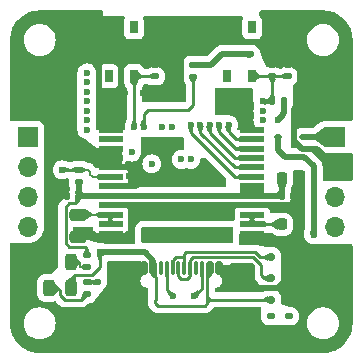
<source format=gtl>
G04 #@! TF.GenerationSoftware,KiCad,Pcbnew,7.0.11*
G04 #@! TF.CreationDate,2025-04-13T23:55:20+09:00*
G04 #@! TF.ProjectId,sch16t_evt,73636831-3674-45f6-9576-742e6b696361,rev?*
G04 #@! TF.SameCoordinates,Original*
G04 #@! TF.FileFunction,Copper,L1,Top*
G04 #@! TF.FilePolarity,Positive*
%FSLAX46Y46*%
G04 Gerber Fmt 4.6, Leading zero omitted, Abs format (unit mm)*
G04 Created by KiCad (PCBNEW 7.0.11) date 2025-04-13 23:55:20*
%MOMM*%
%LPD*%
G01*
G04 APERTURE LIST*
G04 Aperture macros list*
%AMRoundRect*
0 Rectangle with rounded corners*
0 $1 Rounding radius*
0 $2 $3 $4 $5 $6 $7 $8 $9 X,Y pos of 4 corners*
0 Add a 4 corners polygon primitive as box body*
4,1,4,$2,$3,$4,$5,$6,$7,$8,$9,$2,$3,0*
0 Add four circle primitives for the rounded corners*
1,1,$1+$1,$2,$3*
1,1,$1+$1,$4,$5*
1,1,$1+$1,$6,$7*
1,1,$1+$1,$8,$9*
0 Add four rect primitives between the rounded corners*
20,1,$1+$1,$2,$3,$4,$5,0*
20,1,$1+$1,$4,$5,$6,$7,0*
20,1,$1+$1,$6,$7,$8,$9,0*
20,1,$1+$1,$8,$9,$2,$3,0*%
G04 Aperture macros list end*
G04 #@! TA.AperFunction,SMDPad,CuDef*
%ADD10RoundRect,0.112500X-0.187500X-0.112500X0.187500X-0.112500X0.187500X0.112500X-0.187500X0.112500X0*%
G04 #@! TD*
G04 #@! TA.AperFunction,SMDPad,CuDef*
%ADD11RoundRect,0.140000X0.170000X-0.140000X0.170000X0.140000X-0.170000X0.140000X-0.170000X-0.140000X0*%
G04 #@! TD*
G04 #@! TA.AperFunction,ComponentPad*
%ADD12R,1.700000X1.700000*%
G04 #@! TD*
G04 #@! TA.AperFunction,ComponentPad*
%ADD13O,1.700000X1.700000*%
G04 #@! TD*
G04 #@! TA.AperFunction,SMDPad,CuDef*
%ADD14RoundRect,0.135000X0.185000X-0.135000X0.185000X0.135000X-0.185000X0.135000X-0.185000X-0.135000X0*%
G04 #@! TD*
G04 #@! TA.AperFunction,SMDPad,CuDef*
%ADD15RoundRect,0.135000X-0.185000X0.135000X-0.185000X-0.135000X0.185000X-0.135000X0.185000X0.135000X0*%
G04 #@! TD*
G04 #@! TA.AperFunction,SMDPad,CuDef*
%ADD16RoundRect,0.250000X-0.475000X0.250000X-0.475000X-0.250000X0.475000X-0.250000X0.475000X0.250000X0*%
G04 #@! TD*
G04 #@! TA.AperFunction,SMDPad,CuDef*
%ADD17RoundRect,0.243750X-0.243750X-0.456250X0.243750X-0.456250X0.243750X0.456250X-0.243750X0.456250X0*%
G04 #@! TD*
G04 #@! TA.AperFunction,SMDPad,CuDef*
%ADD18RoundRect,0.150000X-0.150000X-0.200000X0.150000X-0.200000X0.150000X0.200000X-0.150000X0.200000X0*%
G04 #@! TD*
G04 #@! TA.AperFunction,SMDPad,CuDef*
%ADD19RoundRect,0.140000X-0.140000X-0.170000X0.140000X-0.170000X0.140000X0.170000X-0.140000X0.170000X0*%
G04 #@! TD*
G04 #@! TA.AperFunction,SMDPad,CuDef*
%ADD20R,0.650000X1.050000*%
G04 #@! TD*
G04 #@! TA.AperFunction,SMDPad,CuDef*
%ADD21RoundRect,0.150000X-0.150000X-0.425000X0.150000X-0.425000X0.150000X0.425000X-0.150000X0.425000X0*%
G04 #@! TD*
G04 #@! TA.AperFunction,SMDPad,CuDef*
%ADD22RoundRect,0.075000X-0.075000X-0.500000X0.075000X-0.500000X0.075000X0.500000X-0.075000X0.500000X0*%
G04 #@! TD*
G04 #@! TA.AperFunction,SMDPad,CuDef*
%ADD23RoundRect,0.250000X-0.840000X-0.750000X0.840000X-0.750000X0.840000X0.750000X-0.840000X0.750000X0*%
G04 #@! TD*
G04 #@! TA.AperFunction,SMDPad,CuDef*
%ADD24R,2.000000X0.500000*%
G04 #@! TD*
G04 #@! TA.AperFunction,SMDPad,CuDef*
%ADD25RoundRect,0.225000X-0.225000X-0.250000X0.225000X-0.250000X0.225000X0.250000X-0.225000X0.250000X0*%
G04 #@! TD*
G04 #@! TA.AperFunction,SMDPad,CuDef*
%ADD26RoundRect,0.140000X0.140000X0.170000X-0.140000X0.170000X-0.140000X-0.170000X0.140000X-0.170000X0*%
G04 #@! TD*
G04 #@! TA.AperFunction,SMDPad,CuDef*
%ADD27RoundRect,0.135000X0.135000X0.185000X-0.135000X0.185000X-0.135000X-0.185000X0.135000X-0.185000X0*%
G04 #@! TD*
G04 #@! TA.AperFunction,ViaPad*
%ADD28C,0.600000*%
G04 #@! TD*
G04 #@! TA.AperFunction,Conductor*
%ADD29C,0.500000*%
G04 #@! TD*
G04 #@! TA.AperFunction,Conductor*
%ADD30C,0.250000*%
G04 #@! TD*
G04 #@! TA.AperFunction,Conductor*
%ADD31C,0.200000*%
G04 #@! TD*
G04 APERTURE END LIST*
D10*
X158200000Y-96200000D03*
X160300000Y-96200000D03*
D11*
X159000000Y-91075000D03*
X159000000Y-90115000D03*
D12*
X137000000Y-96210000D03*
D13*
X137000000Y-98750000D03*
X137000000Y-101290000D03*
X137000000Y-103830000D03*
D14*
X151000000Y-91120000D03*
X151000000Y-90100000D03*
D15*
X141300000Y-99000000D03*
X141300000Y-100020000D03*
X142000000Y-106250000D03*
X142000000Y-107270000D03*
D16*
X141250000Y-102800000D03*
X141250000Y-104700000D03*
D17*
X138750000Y-106770000D03*
X140625000Y-106770000D03*
D18*
X159000000Y-106400000D03*
X157600000Y-106400000D03*
D19*
X158500000Y-101200000D03*
X159460000Y-101200000D03*
D20*
X156000000Y-86925000D03*
X156000000Y-91075000D03*
X153850000Y-86925000D03*
X153850000Y-91075000D03*
D11*
X157700000Y-91075000D03*
X157700000Y-90115000D03*
D21*
X146800000Y-107320000D03*
X147600000Y-107320000D03*
D22*
X148750000Y-107320000D03*
X149750000Y-107320000D03*
X150250000Y-107320000D03*
X151250000Y-107320000D03*
D21*
X152400000Y-107320000D03*
X153200000Y-107320000D03*
X153200000Y-107320000D03*
X152400000Y-107320000D03*
D22*
X151750000Y-107320000D03*
X150750000Y-107320000D03*
X149250000Y-107320000D03*
X148250000Y-107320000D03*
D21*
X147600000Y-107320000D03*
X146800000Y-107320000D03*
D23*
X144890000Y-107895000D03*
X144890000Y-111825000D03*
X155110000Y-107895000D03*
X155110000Y-111825000D03*
D15*
X157600000Y-111390000D03*
X157600000Y-112410000D03*
D24*
X144000000Y-95600000D03*
X144000000Y-96400000D03*
X144000000Y-97200000D03*
X144000000Y-98000000D03*
X144000000Y-98800000D03*
X144000000Y-99600000D03*
X144000000Y-100400000D03*
X144000000Y-101200000D03*
X144000000Y-102000000D03*
X144000000Y-102800000D03*
X144000000Y-103600000D03*
X144000000Y-104400000D03*
X156000000Y-104400000D03*
X156000000Y-103600000D03*
X156000000Y-102800000D03*
X156000000Y-102000000D03*
X156000000Y-101200000D03*
X156000000Y-100400000D03*
X156000000Y-99600000D03*
X156000000Y-98800000D03*
X156000000Y-98000000D03*
X156000000Y-97200000D03*
X156000000Y-96400000D03*
X156000000Y-95600000D03*
D25*
X158500000Y-99700000D03*
X160050000Y-99700000D03*
D20*
X146000000Y-86925000D03*
X146000000Y-91075000D03*
X143850000Y-86925000D03*
X143850000Y-91075000D03*
D25*
X158500000Y-103613000D03*
X160050000Y-103613000D03*
D18*
X159000000Y-108200000D03*
X157600000Y-108200000D03*
X159000000Y-110000000D03*
X157600000Y-110000000D03*
D14*
X142000000Y-109520000D03*
X142000000Y-108500000D03*
D26*
X141300000Y-101200000D03*
X140340000Y-101200000D03*
D17*
X138750000Y-109000000D03*
X140625000Y-109000000D03*
D11*
X147800000Y-91075000D03*
X147800000Y-90115000D03*
D12*
X163000000Y-96210000D03*
D13*
X163000000Y-98750000D03*
X163000000Y-101290000D03*
X163000000Y-103830000D03*
D15*
X159100000Y-111390000D03*
X159100000Y-112410000D03*
D27*
X158720000Y-93200000D03*
X157700000Y-93200000D03*
D28*
X152000000Y-100000000D03*
X152000000Y-98600000D03*
X153200000Y-99600000D03*
X146200000Y-102800000D03*
X146200000Y-102000000D03*
X156500000Y-104400000D03*
X156500000Y-102000000D03*
X148900000Y-99500000D03*
X148100000Y-99500000D03*
X147300000Y-99500000D03*
X145600000Y-99500000D03*
X150000000Y-89500000D03*
X151000000Y-114000000D03*
X162000000Y-91000000D03*
X145250000Y-89750000D03*
X146750000Y-88500000D03*
X139000000Y-102500000D03*
X140500000Y-86000000D03*
X140500000Y-88000000D03*
X144250000Y-111250000D03*
X138000000Y-90750000D03*
X162000000Y-93000000D03*
X146500000Y-109750000D03*
X154500000Y-93750000D03*
X153250000Y-92500000D03*
X145250000Y-92500000D03*
X151000000Y-112250000D03*
X144250000Y-109750000D03*
X146750000Y-89750000D03*
X148000000Y-88000000D03*
X157750000Y-86000000D03*
X145250000Y-88500000D03*
X150000000Y-88000000D03*
X159700000Y-93655000D03*
X136000000Y-90750000D03*
X148000000Y-89500000D03*
X138000000Y-107250000D03*
X150000000Y-91500000D03*
X140750000Y-94750000D03*
X149000000Y-112250000D03*
X140750000Y-114000000D03*
X146400000Y-99500000D03*
X140750000Y-96250000D03*
X152000000Y-88000000D03*
X159500000Y-88000000D03*
X153250000Y-93750000D03*
X139000000Y-100000000D03*
X144250000Y-107250000D03*
X139000000Y-105000000D03*
X142750000Y-114000000D03*
X136000000Y-109250000D03*
X149000000Y-114000000D03*
X157750000Y-88000000D03*
X142750000Y-112000000D03*
X164000000Y-91000000D03*
X160000000Y-102500000D03*
X154500000Y-92500000D03*
X140750000Y-112000000D03*
X142500000Y-86000000D03*
X138000000Y-92750000D03*
X136000000Y-92750000D03*
X142500000Y-88000000D03*
X164000000Y-93000000D03*
X136000000Y-107250000D03*
X145500000Y-108500000D03*
X146750000Y-92500000D03*
X159500000Y-86000000D03*
X140750000Y-93250000D03*
X143100000Y-106000000D03*
X155900000Y-89200000D03*
X158500000Y-101200000D03*
X158150000Y-94800000D03*
X161200000Y-104500000D03*
X147700000Y-104100000D03*
X152500000Y-104900000D03*
X152500000Y-104100000D03*
X146900000Y-104900000D03*
X154100000Y-104100000D03*
X153300000Y-104100000D03*
X153300000Y-104900000D03*
X147700000Y-104900000D03*
X146900000Y-104100000D03*
X154100000Y-104900000D03*
X156900000Y-93200000D03*
X146000000Y-95400000D03*
X150800000Y-98125000D03*
X157600000Y-106400000D03*
X149999997Y-98125000D03*
X157600000Y-108200000D03*
X149300000Y-109700000D03*
X159100000Y-111390000D03*
X157600000Y-111390000D03*
X151100000Y-109700000D03*
X142000000Y-91600000D03*
X142000000Y-90800000D03*
X149200000Y-95400000D03*
X148400000Y-95400000D03*
X156900000Y-94800000D03*
X156900000Y-94000000D03*
X142900000Y-108500000D03*
X147500000Y-98500000D03*
X139900000Y-99000000D03*
X142000000Y-92400000D03*
X146800000Y-95400000D03*
X142000000Y-94800000D03*
X150799988Y-95200000D03*
X142000000Y-93200000D03*
X151599991Y-95200000D03*
X142000000Y-95600000D03*
X152399994Y-95200000D03*
X142000000Y-94000000D03*
X153199997Y-95200000D03*
X145800000Y-97500000D03*
X154000000Y-95200000D03*
D29*
X146200000Y-102000000D02*
X156000000Y-102000000D01*
X156000000Y-102000000D02*
X159500000Y-102000000D01*
X155110000Y-107895000D02*
X156215000Y-109000000D01*
X146400000Y-99100000D02*
X146100000Y-98800000D01*
X144000000Y-102000000D02*
X146200000Y-102000000D01*
X144000000Y-98000000D02*
X144000000Y-98800000D01*
X160201388Y-97200000D02*
X159530000Y-96528612D01*
X159500000Y-102000000D02*
X160000000Y-102500000D01*
X142500000Y-88000000D02*
X143000000Y-88500000D01*
X144000000Y-100400000D02*
X146200000Y-100400000D01*
X161450000Y-97200000D02*
X160201388Y-97200000D01*
X163000000Y-98750000D02*
X161450000Y-97200000D01*
X143000000Y-88500000D02*
X143000000Y-95000000D01*
X143000000Y-95000000D02*
X143600000Y-95600000D01*
X159530000Y-96528612D02*
X159530000Y-93825000D01*
X146400000Y-100200000D02*
X146200000Y-100400000D01*
X146400000Y-99100000D02*
X146400000Y-99500000D01*
X150000000Y-89500000D02*
X150000000Y-91500000D01*
X146400000Y-99500000D02*
X146400000Y-100200000D01*
X146100000Y-98800000D02*
X144000000Y-98800000D01*
X156215000Y-109000000D02*
X158200000Y-109000000D01*
X159530000Y-93825000D02*
X159700000Y-93655000D01*
X143600000Y-95600000D02*
X144000000Y-95600000D01*
X158200000Y-109000000D02*
X159000000Y-108200000D01*
D30*
X152400000Y-107320000D02*
X152400000Y-107895051D01*
X152400000Y-110000000D02*
X157600000Y-110000000D01*
X152190000Y-109800000D02*
X152200000Y-109800000D01*
X152190000Y-109985051D02*
X152204949Y-110000000D01*
X141025001Y-107900000D02*
X142400000Y-107900000D01*
X148000000Y-110500000D02*
X149800000Y-110500000D01*
X147800000Y-110300000D02*
X148000000Y-110500000D01*
X152204949Y-110000000D02*
X152400000Y-110000000D01*
X140625000Y-108300001D02*
X141025001Y-107900000D01*
X152190000Y-109800000D02*
X152190000Y-109985051D01*
X152400000Y-107895051D02*
X152190000Y-108105051D01*
X152000000Y-110500000D02*
X150200000Y-110500000D01*
X149800000Y-110500000D02*
X150000000Y-110500000D01*
X143100000Y-107200000D02*
X143100000Y-106000000D01*
X152200000Y-109800000D02*
X152400000Y-110000000D01*
X152190000Y-109985051D02*
X152190000Y-110310000D01*
X147600000Y-107320000D02*
X147600000Y-107895051D01*
X152190000Y-110310000D02*
X152190000Y-110210000D01*
X147800000Y-110020000D02*
X147800000Y-110300000D01*
X152190000Y-110210000D02*
X152400000Y-110000000D01*
D29*
X147600000Y-107320000D02*
X147600000Y-106692316D01*
X146907684Y-106000000D02*
X143100000Y-106000000D01*
D30*
X147600000Y-107895051D02*
X147810000Y-108105051D01*
D29*
X147600000Y-106692316D02*
X146907684Y-106000000D01*
D30*
X150200000Y-110500000D02*
X150000000Y-110500000D01*
X147810000Y-108105051D02*
X147810000Y-110010000D01*
X142400000Y-107900000D02*
X143100000Y-107200000D01*
X152190000Y-110310000D02*
X152000000Y-110500000D01*
X140625000Y-109000000D02*
X140625000Y-108300001D01*
X152190000Y-108105051D02*
X152190000Y-109800000D01*
X147810000Y-110010000D02*
X147800000Y-110020000D01*
X140974999Y-101835000D02*
X140500000Y-101835000D01*
X141300000Y-101509999D02*
X140974999Y-101835000D01*
D29*
X141300000Y-101200000D02*
X144000000Y-101200000D01*
X152500000Y-90100000D02*
X151000000Y-90100000D01*
X158720000Y-94230000D02*
X158720000Y-93200000D01*
D30*
X140500000Y-101835000D02*
X140200000Y-102135000D01*
D29*
X158150000Y-94800000D02*
X158720000Y-94230000D01*
D30*
X140525000Y-105525000D02*
X141825000Y-105525000D01*
D29*
X155900000Y-89200000D02*
X153400000Y-89200000D01*
D30*
X140200000Y-105200000D02*
X140525000Y-105525000D01*
X142000000Y-105700000D02*
X142000000Y-106250000D01*
D29*
X158500000Y-101200000D02*
X156000000Y-101200000D01*
X158500000Y-99700000D02*
X158500000Y-101200000D01*
D30*
X140200000Y-102135000D02*
X140200000Y-105200000D01*
D29*
X144000000Y-101200000D02*
X156000000Y-101200000D01*
X141300000Y-100020000D02*
X141300000Y-101200000D01*
X153400000Y-89200000D02*
X152500000Y-90100000D01*
D30*
X141825000Y-105525000D02*
X142000000Y-105700000D01*
X141300000Y-101200000D02*
X141300000Y-101509999D01*
D31*
X144000000Y-103600000D02*
X144000000Y-102800000D01*
X144000000Y-102800000D02*
X141250000Y-102800000D01*
D29*
X158800000Y-97900000D02*
X160400000Y-97900000D01*
X158200000Y-97300000D02*
X158800000Y-97900000D01*
X161200000Y-98700000D02*
X161200000Y-104500000D01*
X160400000Y-97900000D02*
X161200000Y-98700000D01*
X158200000Y-96200000D02*
X158200000Y-97300000D01*
D30*
X156013000Y-103613000D02*
X156000000Y-103600000D01*
X158500000Y-103613000D02*
X156013000Y-103613000D01*
X156000000Y-103600000D02*
X156000000Y-102800000D01*
X157700000Y-91075000D02*
X157700000Y-93200000D01*
X157700000Y-93200000D02*
X156900000Y-93200000D01*
X159000000Y-91075000D02*
X156000000Y-91075000D01*
X147800000Y-91075000D02*
X146075000Y-91075000D01*
X146000000Y-95400000D02*
X146000000Y-91075000D01*
X139700000Y-109586088D02*
X140138912Y-110025000D01*
X139700000Y-109200000D02*
X139700000Y-109586088D01*
X139500000Y-109000000D02*
X139700000Y-109200000D01*
X140138912Y-110025000D02*
X141495000Y-110025000D01*
X141495000Y-110025000D02*
X142000000Y-109520000D01*
X138750000Y-109000000D02*
X139500000Y-109000000D01*
X149507236Y-106420000D02*
X150230000Y-106420000D01*
X157600000Y-106500000D02*
X157600000Y-106400000D01*
X149250000Y-107320000D02*
X149250000Y-106677236D01*
X150250000Y-106400000D02*
X150250000Y-106677236D01*
X150430000Y-105970000D02*
X150250000Y-106150000D01*
X150230000Y-106420000D02*
X150250000Y-106400000D01*
X150250000Y-106677236D02*
X150250000Y-107320000D01*
X157500000Y-106400000D02*
X156661496Y-106400000D01*
X157500000Y-106400000D02*
X157500000Y-106400000D01*
X150250000Y-106150000D02*
X150250000Y-106400000D01*
X157600000Y-106400000D02*
X157500000Y-106400000D01*
X156661496Y-106400000D02*
X156231496Y-105970000D01*
X149250000Y-106677236D02*
X149507236Y-106420000D01*
X156231496Y-105970000D02*
X150430000Y-105970000D01*
X157600000Y-106500000D02*
X157600000Y-106500000D01*
X150492764Y-108220000D02*
X150750000Y-107962764D01*
X151007236Y-106420000D02*
X156045100Y-106420000D01*
X150750000Y-107320000D02*
X150750000Y-106677236D01*
X149750000Y-107320000D02*
X149750000Y-107962764D01*
X156700000Y-107900000D02*
X157000000Y-108200000D01*
X150750000Y-107962764D02*
X150750000Y-107320000D01*
X149750000Y-107962764D02*
X150007236Y-108220000D01*
X156045100Y-106420000D02*
X156700000Y-107074900D01*
X150007236Y-108220000D02*
X150492764Y-108220000D01*
X156700000Y-107074900D02*
X156700000Y-107900000D01*
X157000000Y-108200000D02*
X157600000Y-108200000D01*
X150750000Y-106677236D02*
X151007236Y-106420000D01*
D29*
X163000000Y-96210000D02*
X160310000Y-96210000D01*
X160310000Y-96210000D02*
X160300000Y-96200000D01*
D31*
X141500000Y-107270000D02*
X141400000Y-107170000D01*
X141300000Y-106770000D02*
X140625000Y-106770000D01*
X141400000Y-106870000D02*
X141300000Y-106770000D01*
X141400000Y-107170000D02*
X141400000Y-106870000D01*
X142000000Y-107270000D02*
X141500000Y-107270000D01*
D30*
X149300000Y-109700000D02*
X148750000Y-109150000D01*
X148750000Y-109150000D02*
X148750000Y-107320000D01*
X151740000Y-107330000D02*
X151750000Y-107320000D01*
X151740000Y-109060000D02*
X151740000Y-107330000D01*
X151100000Y-109700000D02*
X151740000Y-109060000D01*
X142000000Y-108500000D02*
X142900000Y-108500000D01*
D31*
X142300000Y-99400000D02*
X142400000Y-99500000D01*
X141300000Y-99000000D02*
X142100000Y-99000000D01*
X144000000Y-99600000D02*
X142500000Y-99600000D01*
D30*
X139900000Y-99000000D02*
X141300000Y-99000000D01*
D31*
X142300000Y-99200000D02*
X142100000Y-99000000D01*
X142500000Y-99600000D02*
X142400000Y-99500000D01*
X142300000Y-99200000D02*
X142300000Y-99400000D01*
D30*
X150600000Y-93900000D02*
X151000000Y-93500000D01*
X147200000Y-93900000D02*
X150600000Y-93900000D01*
X146800000Y-94300000D02*
X147200000Y-93900000D01*
X151000000Y-93500000D02*
X151000000Y-91120000D01*
X146800000Y-95400000D02*
X146800000Y-94300000D01*
X156000000Y-99600000D02*
X154500000Y-99600000D01*
X154500000Y-99600000D02*
X150799988Y-95899988D01*
X150799988Y-95899988D02*
X150799988Y-95200000D01*
X151599991Y-95899991D02*
X154500000Y-98800000D01*
X154500000Y-98800000D02*
X156000000Y-98800000D01*
X151599991Y-95200000D02*
X151599991Y-95899991D01*
X154499994Y-98000000D02*
X152399994Y-95900000D01*
X156000000Y-98000000D02*
X154499994Y-98000000D01*
X152399994Y-95900000D02*
X152399994Y-95200000D01*
X153199997Y-95813601D02*
X153199997Y-95200000D01*
X156000000Y-97200000D02*
X154586396Y-97200000D01*
X154586396Y-97200000D02*
X153199997Y-95813601D01*
X154000000Y-95800000D02*
X154000000Y-95200000D01*
X156000000Y-96400000D02*
X154600000Y-96400000D01*
X154000000Y-95800000D02*
X154600000Y-96400000D01*
G04 #@! TA.AperFunction,Conductor*
G36*
X147606366Y-106352737D02*
G01*
X147608796Y-106356283D01*
X147781602Y-106747574D01*
X147782039Y-106755877D01*
X147603058Y-107313380D01*
X147597266Y-107320210D01*
X147593048Y-107321449D01*
X147313330Y-107348584D01*
X147304764Y-107345972D01*
X147300555Y-107338069D01*
X147300500Y-107336939D01*
X147300500Y-106861743D01*
X147300500Y-106861740D01*
X147290573Y-106793607D01*
X147250544Y-106711727D01*
X147249392Y-106707508D01*
X147248768Y-106699588D01*
X147251534Y-106691073D01*
X147252146Y-106690411D01*
X147589821Y-106352736D01*
X147598093Y-106349310D01*
X147606366Y-106352737D01*
G37*
G04 #@! TD.AperFunction*
G04 #@! TA.AperFunction,Conductor*
G36*
X158183228Y-103171496D02*
G01*
X158496080Y-103606165D01*
X158498132Y-103614882D01*
X158496080Y-103619835D01*
X158183228Y-104054503D01*
X158175614Y-104059216D01*
X158167991Y-104057863D01*
X157605959Y-103741355D01*
X157600432Y-103734309D01*
X157600000Y-103731160D01*
X157600000Y-103494839D01*
X157603427Y-103486566D01*
X157605959Y-103484644D01*
X158167993Y-103168135D01*
X158176881Y-103167063D01*
X158183228Y-103171496D01*
G37*
G04 #@! TD.AperFunction*
G04 #@! TA.AperFunction,Conductor*
G36*
X151867309Y-95310691D02*
G01*
X151873620Y-95317042D01*
X151873961Y-95324987D01*
X151727562Y-95791801D01*
X151721816Y-95798670D01*
X151716398Y-95800000D01*
X151483584Y-95800000D01*
X151475311Y-95796573D01*
X151472420Y-95791801D01*
X151326020Y-95324987D01*
X151326814Y-95316068D01*
X151332670Y-95310692D01*
X151595481Y-95200883D01*
X151604435Y-95200857D01*
X151867309Y-95310691D01*
G37*
G04 #@! TD.AperFunction*
G04 #@! TA.AperFunction,Conductor*
G36*
X147613608Y-107339559D02*
G01*
X147897356Y-107741257D01*
X147899500Y-107748007D01*
X147899500Y-107829113D01*
X147898415Y-108011856D01*
X147894988Y-108020060D01*
X147730188Y-108184860D01*
X147721915Y-108188287D01*
X147713642Y-108184860D01*
X147713376Y-108184584D01*
X147447115Y-107898310D01*
X147443990Y-107889918D01*
X147444393Y-107887269D01*
X147592764Y-107343229D01*
X147598247Y-107336151D01*
X147607130Y-107335021D01*
X147613608Y-107339559D01*
G37*
G04 #@! TD.AperFunction*
G04 #@! TA.AperFunction,Conductor*
G36*
X146006150Y-91086305D02*
G01*
X146009953Y-91090108D01*
X146321207Y-91593862D01*
X146322641Y-91602701D01*
X146321218Y-91606144D01*
X146128426Y-91919432D01*
X146121172Y-91924682D01*
X146118462Y-91925000D01*
X145881538Y-91925000D01*
X145873265Y-91921573D01*
X145871574Y-91919432D01*
X145678781Y-91606144D01*
X145677363Y-91597302D01*
X145678792Y-91593862D01*
X145990047Y-91090108D01*
X145997311Y-91084871D01*
X146006150Y-91086305D01*
G37*
G04 #@! TD.AperFunction*
G04 #@! TA.AperFunction,Conductor*
G36*
X141994482Y-109518106D02*
G01*
X142001967Y-109523021D01*
X142003114Y-109525156D01*
X142107898Y-109780404D01*
X142107870Y-109789359D01*
X142102783Y-109795060D01*
X141654707Y-110045477D01*
X141645813Y-110046522D01*
X141640726Y-110043537D01*
X141476197Y-109879008D01*
X141472770Y-109870735D01*
X141474027Y-109865459D01*
X141676025Y-109466023D01*
X141682815Y-109460189D01*
X141688652Y-109459812D01*
X141994482Y-109518106D01*
G37*
G04 #@! TD.AperFunction*
G04 #@! TA.AperFunction,Conductor*
G36*
X161447507Y-103903427D02*
G01*
X161450894Y-103910728D01*
X161498947Y-104487370D01*
X161496219Y-104495900D01*
X161488259Y-104500002D01*
X161487326Y-104500042D01*
X161200039Y-104500999D01*
X161199961Y-104500999D01*
X160912673Y-104500042D01*
X160904411Y-104496588D01*
X160901012Y-104488303D01*
X160901052Y-104487370D01*
X160949106Y-103910728D01*
X160953208Y-103902768D01*
X160960766Y-103900000D01*
X161439234Y-103900000D01*
X161447507Y-103903427D01*
G37*
G04 #@! TD.AperFunction*
G04 #@! TA.AperFunction,Conductor*
G36*
X156008257Y-102807290D02*
G01*
X156008290Y-102807323D01*
X156244061Y-103044037D01*
X156247471Y-103052317D01*
X156246236Y-103057526D01*
X156128234Y-103293532D01*
X156121469Y-103299400D01*
X156117769Y-103300000D01*
X155882231Y-103300000D01*
X155873958Y-103296573D01*
X155871766Y-103293532D01*
X155753763Y-103057526D01*
X155753128Y-103048594D01*
X155755935Y-103044040D01*
X155991710Y-102807322D01*
X155999977Y-102803880D01*
X156008257Y-102807290D01*
G37*
G04 #@! TD.AperFunction*
G04 #@! TA.AperFunction,Conductor*
G36*
X157707296Y-91079825D02*
G01*
X157972847Y-91291814D01*
X157977175Y-91299653D01*
X157976180Y-91305840D01*
X157828131Y-91628183D01*
X157821564Y-91634271D01*
X157817499Y-91635000D01*
X157582501Y-91635000D01*
X157574228Y-91631573D01*
X157571869Y-91628183D01*
X157423819Y-91305840D01*
X157423480Y-91296892D01*
X157427149Y-91291816D01*
X157692702Y-91079825D01*
X157701304Y-91077343D01*
X157707296Y-91079825D01*
G37*
G04 #@! TD.AperFunction*
G04 #@! TA.AperFunction,Conductor*
G36*
X147606366Y-106352737D02*
G01*
X147608796Y-106356283D01*
X147781602Y-106747574D01*
X147782039Y-106755877D01*
X147603058Y-107313380D01*
X147597266Y-107320210D01*
X147593048Y-107321449D01*
X147313330Y-107348584D01*
X147304764Y-107345972D01*
X147300555Y-107338069D01*
X147300500Y-107336939D01*
X147300500Y-106861743D01*
X147300500Y-106861740D01*
X147290573Y-106793607D01*
X147250544Y-106711727D01*
X147249392Y-106707508D01*
X147248768Y-106699588D01*
X147251534Y-106691073D01*
X147252146Y-106690411D01*
X147589821Y-106352736D01*
X147598093Y-106349310D01*
X147606366Y-106352737D01*
G37*
G04 #@! TD.AperFunction*
G04 #@! TA.AperFunction,Conductor*
G36*
X156811971Y-100402381D02*
G01*
X156852346Y-100410412D01*
X156897043Y-100428927D01*
X156920913Y-100444877D01*
X156955122Y-100479086D01*
X156971072Y-100502956D01*
X156989588Y-100547655D01*
X156997617Y-100588020D01*
X157000000Y-100612210D01*
X157000000Y-100987789D01*
X156997617Y-101011982D01*
X156989588Y-101052344D01*
X156971072Y-101097043D01*
X156955122Y-101120913D01*
X156920913Y-101155122D01*
X156897043Y-101171072D01*
X156852344Y-101189588D01*
X156835841Y-101192870D01*
X156811978Y-101197617D01*
X156787789Y-101200000D01*
X156556353Y-101200000D01*
X156542469Y-101199220D01*
X156500002Y-101194435D01*
X156499998Y-101194435D01*
X156457531Y-101199220D01*
X156443647Y-101200000D01*
X155212211Y-101200000D01*
X155188020Y-101197617D01*
X155172023Y-101194435D01*
X155147656Y-101189588D01*
X155102956Y-101171072D01*
X155079086Y-101155122D01*
X155044877Y-101120913D01*
X155028927Y-101097043D01*
X155010412Y-101052346D01*
X155002381Y-101011971D01*
X155000000Y-100987789D01*
X155000000Y-100612210D01*
X155002381Y-100588029D01*
X155010412Y-100547651D01*
X155028927Y-100502956D01*
X155044877Y-100479086D01*
X155079086Y-100444877D01*
X155102956Y-100428927D01*
X155147653Y-100410412D01*
X155188027Y-100402381D01*
X155212211Y-100400000D01*
X156787789Y-100400000D01*
X156811971Y-100402381D01*
G37*
G04 #@! TD.AperFunction*
G04 #@! TA.AperFunction,Conductor*
G36*
X139245068Y-108597216D02*
G01*
X139453186Y-108793352D01*
X139738716Y-109062444D01*
X139742387Y-109070611D01*
X139739207Y-109078982D01*
X139738965Y-109079231D01*
X139570954Y-109247242D01*
X139570444Y-109247722D01*
X139211939Y-109565667D01*
X139203476Y-109568593D01*
X139195423Y-109564677D01*
X139194999Y-109564171D01*
X138756329Y-109008210D01*
X138753895Y-108999593D01*
X138757997Y-108991997D01*
X139229529Y-108596763D01*
X139238070Y-108594076D01*
X139245068Y-108597216D01*
G37*
G04 #@! TD.AperFunction*
G04 #@! TA.AperFunction,Conductor*
G36*
X141849336Y-100949052D02*
G01*
X141857273Y-100953198D01*
X141860000Y-100960706D01*
X141860000Y-101439293D01*
X141856573Y-101447566D01*
X141849336Y-101450947D01*
X141528784Y-101479443D01*
X141520240Y-101476762D01*
X141518604Y-101475088D01*
X141465964Y-101409149D01*
X141304825Y-101207297D01*
X141302343Y-101198696D01*
X141304825Y-101192703D01*
X141518604Y-100924910D01*
X141526444Y-100920583D01*
X141528780Y-100920556D01*
X141849336Y-100949052D01*
G37*
G04 #@! TD.AperFunction*
G04 #@! TA.AperFunction,Conductor*
G36*
X151441950Y-109193423D02*
G01*
X151606576Y-109358049D01*
X151610003Y-109366322D01*
X151608673Y-109371740D01*
X151382106Y-109805346D01*
X151375237Y-109811092D01*
X151367292Y-109810751D01*
X151103815Y-109702563D01*
X151097463Y-109696251D01*
X151097436Y-109696184D01*
X150989248Y-109432707D01*
X150989275Y-109423752D01*
X150994651Y-109417894D01*
X151428262Y-109191325D01*
X151437178Y-109190532D01*
X151441950Y-109193423D01*
G37*
G04 #@! TD.AperFunction*
G04 #@! TA.AperFunction,Conductor*
G36*
X157491802Y-93072429D02*
G01*
X157498670Y-93078174D01*
X157500000Y-93083592D01*
X157500000Y-93316407D01*
X157496573Y-93324680D01*
X157491801Y-93327571D01*
X157024987Y-93473970D01*
X157016068Y-93473176D01*
X157010691Y-93467318D01*
X156900883Y-93204509D01*
X156900857Y-93195556D01*
X156900862Y-93195542D01*
X157010691Y-92932680D01*
X157017042Y-92926370D01*
X157024986Y-92926029D01*
X157491802Y-93072429D01*
G37*
G04 #@! TD.AperFunction*
G04 #@! TA.AperFunction,Conductor*
G36*
X143112618Y-105701051D02*
G01*
X143689272Y-105749106D01*
X143697232Y-105753208D01*
X143700000Y-105760766D01*
X143700000Y-106239234D01*
X143696573Y-106247507D01*
X143689272Y-106250894D01*
X143112629Y-106298947D01*
X143104099Y-106296219D01*
X143099997Y-106288259D01*
X143099957Y-106287345D01*
X143099000Y-106000000D01*
X143099957Y-105712671D01*
X143103411Y-105704411D01*
X143111696Y-105701012D01*
X143112618Y-105701051D01*
G37*
G04 #@! TD.AperFunction*
G04 #@! TA.AperFunction,Conductor*
G36*
X150758152Y-107363858D02*
G01*
X150759360Y-107367321D01*
X150852884Y-107886411D01*
X150852471Y-107892179D01*
X150786218Y-108091326D01*
X150780355Y-108098095D01*
X150771423Y-108098735D01*
X150766843Y-108095906D01*
X150606741Y-107935804D01*
X150603320Y-107927891D01*
X150602134Y-107889348D01*
X150600503Y-107836373D01*
X150600499Y-107836152D01*
X150600499Y-107820055D01*
X150600993Y-107816698D01*
X150736641Y-107366023D01*
X150742307Y-107359089D01*
X150751217Y-107358192D01*
X150758152Y-107363858D01*
G37*
G04 #@! TD.AperFunction*
G04 #@! TA.AperFunction,Conductor*
G36*
X141033592Y-101150826D02*
G01*
X141295514Y-101198350D01*
X141303041Y-101203199D01*
X141303437Y-101203810D01*
X141478586Y-101493568D01*
X141479933Y-101502420D01*
X141476875Y-101507864D01*
X141198670Y-101788046D01*
X141190409Y-101791502D01*
X141182124Y-101788104D01*
X141017113Y-101623093D01*
X141013686Y-101614820D01*
X141013686Y-101614780D01*
X141019812Y-101162178D01*
X141023351Y-101153955D01*
X141031669Y-101150640D01*
X141033592Y-101150826D01*
G37*
G04 #@! TD.AperFunction*
G04 #@! TA.AperFunction,Conductor*
G36*
X162156968Y-95366960D02*
G01*
X162992712Y-96201722D01*
X162996144Y-96209993D01*
X162992722Y-96218268D01*
X162992712Y-96218278D01*
X162156968Y-97053039D01*
X162148693Y-97056461D01*
X162141953Y-97054320D01*
X162140138Y-97053039D01*
X161304953Y-96463496D01*
X161300170Y-96455925D01*
X161300000Y-96453937D01*
X161300000Y-95966062D01*
X161303427Y-95957789D01*
X161304947Y-95956507D01*
X162141955Y-95365678D01*
X162150688Y-95363708D01*
X162156968Y-95366960D01*
G37*
G04 #@! TD.AperFunction*
G04 #@! TA.AperFunction,Conductor*
G36*
X141769247Y-107016759D02*
G01*
X141992854Y-107262092D01*
X141995894Y-107270514D01*
X141992121Y-107278591D01*
X141744076Y-107506381D01*
X141735664Y-107509452D01*
X141729904Y-107507649D01*
X141484551Y-107352337D01*
X141378002Y-107284890D01*
X141372846Y-107277570D01*
X141374375Y-107268747D01*
X141375983Y-107266737D01*
X141505693Y-107137027D01*
X141508817Y-107134795D01*
X141755460Y-107014129D01*
X141764396Y-107013573D01*
X141769247Y-107016759D01*
G37*
G04 #@! TD.AperFunction*
G04 #@! TA.AperFunction,Conductor*
G36*
X149233156Y-106544093D02*
G01*
X149393258Y-106704195D01*
X149396679Y-106712108D01*
X149399494Y-106803558D01*
X149399500Y-106803918D01*
X149399500Y-106819936D01*
X149399004Y-106823308D01*
X149263358Y-107273975D01*
X149257692Y-107280910D01*
X149248782Y-107281807D01*
X149241847Y-107276141D01*
X149240640Y-107272681D01*
X149147115Y-106753587D01*
X149147528Y-106747819D01*
X149159409Y-106712108D01*
X149213782Y-106548670D01*
X149219644Y-106541904D01*
X149228576Y-106541264D01*
X149233156Y-106544093D01*
G37*
G04 #@! TD.AperFunction*
G04 #@! TA.AperFunction,Conductor*
G36*
X141544386Y-98743767D02*
G01*
X141883119Y-98896889D01*
X141889246Y-98903419D01*
X141890000Y-98907550D01*
X141890000Y-99092449D01*
X141886573Y-99100722D01*
X141883119Y-99103110D01*
X141544388Y-99256231D01*
X141535438Y-99256516D01*
X141530937Y-99253468D01*
X141390505Y-99100000D01*
X141306226Y-99007897D01*
X141303170Y-98999482D01*
X141306227Y-98992102D01*
X141530939Y-98746529D01*
X141539051Y-98742740D01*
X141544386Y-98743767D01*
G37*
G04 #@! TD.AperFunction*
G04 #@! TA.AperFunction,Conductor*
G36*
X152402697Y-107336753D02*
G01*
X152407235Y-107343231D01*
X152555604Y-107887264D01*
X152554474Y-107896147D01*
X152552883Y-107898310D01*
X152286650Y-108184554D01*
X152278507Y-108188278D01*
X152270115Y-108185153D01*
X152269810Y-108184859D01*
X152105011Y-108020060D01*
X152101584Y-108011857D01*
X152100499Y-107829206D01*
X152100499Y-107748003D01*
X152102641Y-107741260D01*
X152386392Y-107339558D01*
X152393963Y-107334778D01*
X152402697Y-107336753D01*
G37*
G04 #@! TD.AperFunction*
G04 #@! TA.AperFunction,Conductor*
G36*
X152402697Y-107336753D02*
G01*
X152407235Y-107343231D01*
X152555604Y-107887264D01*
X152554474Y-107896147D01*
X152552883Y-107898310D01*
X152286650Y-108184554D01*
X152278507Y-108188278D01*
X152270115Y-108185153D01*
X152269810Y-108184859D01*
X152105011Y-108020060D01*
X152101584Y-108011857D01*
X152100499Y-107829206D01*
X152100499Y-107748003D01*
X152102641Y-107741260D01*
X152386392Y-107339558D01*
X152393963Y-107334778D01*
X152402697Y-107336753D01*
G37*
G04 #@! TD.AperFunction*
G04 #@! TA.AperFunction,Conductor*
G36*
X146332855Y-90754834D02*
G01*
X146644432Y-90946573D01*
X146649682Y-90953827D01*
X146650000Y-90956537D01*
X146650000Y-91193462D01*
X146646573Y-91201735D01*
X146644432Y-91203426D01*
X146332858Y-91395164D01*
X146324016Y-91396582D01*
X146318466Y-91393486D01*
X146126125Y-91201735D01*
X146007310Y-91083285D01*
X146003871Y-91075018D01*
X146007285Y-91066740D01*
X146007311Y-91066714D01*
X146318467Y-90756512D01*
X146326744Y-90753099D01*
X146332855Y-90754834D01*
G37*
G04 #@! TD.AperFunction*
G04 #@! TA.AperFunction,Conductor*
G36*
X157345904Y-106106920D02*
G01*
X157594314Y-106392319D01*
X157597161Y-106400809D01*
X157594314Y-106407681D01*
X157345904Y-106693079D01*
X157337888Y-106697070D01*
X157331724Y-106695800D01*
X157168408Y-106611711D01*
X157006344Y-106528266D01*
X157000557Y-106521432D01*
X157000000Y-106517864D01*
X157000000Y-106282135D01*
X157003427Y-106273862D01*
X157006341Y-106271734D01*
X157331726Y-106104198D01*
X157340647Y-106103458D01*
X157345904Y-106106920D01*
G37*
G04 #@! TD.AperFunction*
G04 #@! TA.AperFunction,Conductor*
G36*
X143367318Y-106110691D02*
G01*
X143373629Y-106117042D01*
X143373970Y-106124987D01*
X143227571Y-106591801D01*
X143221825Y-106598670D01*
X143216407Y-106600000D01*
X142983593Y-106600000D01*
X142975320Y-106596573D01*
X142972429Y-106591801D01*
X142826029Y-106124987D01*
X142826823Y-106116068D01*
X142832679Y-106110692D01*
X143095490Y-106000883D01*
X143104444Y-106000857D01*
X143367318Y-106110691D01*
G37*
G04 #@! TD.AperFunction*
G04 #@! TA.AperFunction,Conductor*
G36*
X140491802Y-98872429D02*
G01*
X140498670Y-98878174D01*
X140500000Y-98883592D01*
X140500000Y-99116407D01*
X140496573Y-99124680D01*
X140491801Y-99127571D01*
X140024987Y-99273970D01*
X140016068Y-99273176D01*
X140010691Y-99267318D01*
X139900883Y-99004509D01*
X139900857Y-98995556D01*
X139900862Y-98995542D01*
X140010691Y-98732680D01*
X140017042Y-98726370D01*
X140024986Y-98726029D01*
X140491802Y-98872429D01*
G37*
G04 #@! TD.AperFunction*
G04 #@! TA.AperFunction,Conductor*
G36*
X157483931Y-106126823D02*
G01*
X157489309Y-106132682D01*
X157599115Y-106395489D01*
X157599142Y-106404444D01*
X157599115Y-106404511D01*
X157489309Y-106667317D01*
X157482957Y-106673629D01*
X157475012Y-106673970D01*
X157008199Y-106527571D01*
X157001330Y-106521825D01*
X157000000Y-106516407D01*
X157000000Y-106283592D01*
X157003427Y-106275319D01*
X157008196Y-106272429D01*
X157475013Y-106126029D01*
X157483931Y-106126823D01*
G37*
G04 #@! TD.AperFunction*
G04 #@! TA.AperFunction,Conductor*
G36*
X143955550Y-99588649D02*
G01*
X143962746Y-99593978D01*
X143964066Y-99602835D01*
X143958737Y-99610031D01*
X143955550Y-99611351D01*
X143004701Y-99848825D01*
X142995846Y-99847507D01*
X142755680Y-99703408D01*
X142750349Y-99696213D01*
X142750000Y-99693375D01*
X142750000Y-99506625D01*
X142753427Y-99498352D01*
X142755680Y-99496592D01*
X142995846Y-99352491D01*
X143004701Y-99351174D01*
X143955550Y-99588649D01*
G37*
G04 #@! TD.AperFunction*
G04 #@! TA.AperFunction,Conductor*
G36*
X141827785Y-102323172D02*
G01*
X142469187Y-102696615D01*
X142474612Y-102703739D01*
X142475000Y-102706726D01*
X142475000Y-102893273D01*
X142471573Y-102901546D01*
X142469187Y-102903384D01*
X141827788Y-103276826D01*
X141818914Y-103278027D01*
X141814369Y-103275668D01*
X141259641Y-102808953D01*
X141255516Y-102801004D01*
X141258220Y-102792468D01*
X141259641Y-102791047D01*
X141814371Y-102324330D01*
X141822905Y-102321627D01*
X141827785Y-102323172D01*
G37*
G04 #@! TD.AperFunction*
G04 #@! TA.AperFunction,Conductor*
G36*
X157825213Y-92613427D02*
G01*
X157827872Y-92617532D01*
X157956890Y-92955906D01*
X157956636Y-92964857D01*
X157953856Y-92968706D01*
X157707898Y-93193772D01*
X157699482Y-93196829D01*
X157692102Y-93193772D01*
X157446143Y-92968706D01*
X157442352Y-92960592D01*
X157443108Y-92955909D01*
X157572128Y-92617531D01*
X157578277Y-92611022D01*
X157583060Y-92610000D01*
X157816940Y-92610000D01*
X157825213Y-92613427D01*
G37*
G04 #@! TD.AperFunction*
G04 #@! TA.AperFunction,Conductor*
G36*
X150733156Y-106544093D02*
G01*
X150893258Y-106704195D01*
X150896679Y-106712108D01*
X150899494Y-106803558D01*
X150899500Y-106803918D01*
X150899500Y-106819936D01*
X150899004Y-106823308D01*
X150763358Y-107273975D01*
X150757692Y-107280910D01*
X150748782Y-107281807D01*
X150741847Y-107276141D01*
X150740640Y-107272681D01*
X150647115Y-106753587D01*
X150647528Y-106747819D01*
X150659409Y-106712108D01*
X150713782Y-106548670D01*
X150719644Y-106541904D01*
X150728576Y-106541264D01*
X150733156Y-106544093D01*
G37*
G04 #@! TD.AperFunction*
G04 #@! TA.AperFunction,Conductor*
G36*
X149761763Y-107362721D02*
G01*
X149763358Y-107366024D01*
X149899004Y-107816694D01*
X149899500Y-107820066D01*
X149899500Y-107836049D01*
X149899494Y-107836409D01*
X149896679Y-107927891D01*
X149893258Y-107935804D01*
X149733156Y-108095906D01*
X149724883Y-108099333D01*
X149716610Y-108095906D01*
X149713782Y-108091329D01*
X149647528Y-107892179D01*
X149647115Y-107886411D01*
X149656189Y-107836049D01*
X149740640Y-107367319D01*
X149745479Y-107359787D01*
X149754229Y-107357881D01*
X149761763Y-107362721D01*
G37*
G04 #@! TD.AperFunction*
G04 #@! TA.AperFunction,Conductor*
G36*
X142783931Y-108226823D02*
G01*
X142789309Y-108232682D01*
X142899115Y-108495489D01*
X142899142Y-108504444D01*
X142899115Y-108504511D01*
X142789309Y-108767317D01*
X142782957Y-108773629D01*
X142775012Y-108773970D01*
X142308199Y-108627571D01*
X142301330Y-108621825D01*
X142300000Y-108616407D01*
X142300000Y-108383592D01*
X142303427Y-108375319D01*
X142308196Y-108372429D01*
X142775013Y-108226029D01*
X142783931Y-108226823D01*
G37*
G04 #@! TD.AperFunction*
G04 #@! TA.AperFunction,Conductor*
G36*
X155529453Y-99482231D02*
G01*
X155955550Y-99588649D01*
X155962746Y-99593978D01*
X155964066Y-99602835D01*
X155958737Y-99610031D01*
X155955550Y-99611351D01*
X155004198Y-99848951D01*
X154996131Y-99848065D01*
X154756468Y-99728234D01*
X154750600Y-99721469D01*
X154750000Y-99717769D01*
X154750000Y-99482231D01*
X154753427Y-99473958D01*
X154756468Y-99471766D01*
X154996132Y-99351933D01*
X155004196Y-99351048D01*
X155529453Y-99482231D01*
G37*
G04 #@! TD.AperFunction*
G04 #@! TA.AperFunction,Conductor*
G36*
X151007743Y-91125838D02*
G01*
X151263372Y-91351593D01*
X151267305Y-91359638D01*
X151266178Y-91365420D01*
X151128184Y-91653357D01*
X151121518Y-91659336D01*
X151117633Y-91660000D01*
X150882367Y-91660000D01*
X150874094Y-91656573D01*
X150871816Y-91653357D01*
X150733821Y-91365420D01*
X150733336Y-91356478D01*
X150736624Y-91351596D01*
X150992256Y-91125838D01*
X151000725Y-91122931D01*
X151007743Y-91125838D01*
G37*
G04 #@! TD.AperFunction*
G04 #@! TA.AperFunction,Conductor*
G36*
X151759677Y-107356308D02*
G01*
X151760680Y-107358831D01*
X151892064Y-107848790D01*
X151892346Y-107853474D01*
X151866434Y-108034954D01*
X151861872Y-108042659D01*
X151854851Y-108045000D01*
X151625946Y-108045000D01*
X151617673Y-108041573D01*
X151614272Y-108034078D01*
X151612439Y-108006586D01*
X151600524Y-107827861D01*
X151600499Y-107827139D01*
X151600499Y-107820035D01*
X151600989Y-107816693D01*
X151738172Y-107358502D01*
X151743826Y-107351563D01*
X151752735Y-107350653D01*
X151759677Y-107356308D01*
G37*
G04 #@! TD.AperFunction*
G04 #@! TA.AperFunction,Conductor*
G36*
X155529453Y-97082231D02*
G01*
X155955550Y-97188649D01*
X155962746Y-97193978D01*
X155964066Y-97202835D01*
X155958737Y-97210031D01*
X155955550Y-97211351D01*
X155004198Y-97448951D01*
X154996131Y-97448065D01*
X154756468Y-97328234D01*
X154750600Y-97321469D01*
X154750000Y-97317769D01*
X154750000Y-97082231D01*
X154753427Y-97073958D01*
X154756468Y-97071766D01*
X154996132Y-96951933D01*
X155004196Y-96951048D01*
X155529453Y-97082231D01*
G37*
G04 #@! TD.AperFunction*
G04 #@! TA.AperFunction,Conductor*
G36*
X156126042Y-103103427D02*
G01*
X156128234Y-103106468D01*
X156246236Y-103342473D01*
X156246871Y-103351405D01*
X156244061Y-103355962D01*
X156008290Y-103592676D01*
X156000023Y-103596119D01*
X155991743Y-103592709D01*
X155991710Y-103592676D01*
X155755938Y-103355962D01*
X155752528Y-103347682D01*
X155753762Y-103342474D01*
X155871766Y-103106468D01*
X155878531Y-103100600D01*
X155882231Y-103100000D01*
X156117769Y-103100000D01*
X156126042Y-103103427D01*
G37*
G04 #@! TD.AperFunction*
G04 #@! TA.AperFunction,Conductor*
G36*
X155529453Y-97882231D02*
G01*
X155955550Y-97988649D01*
X155962746Y-97993978D01*
X155964066Y-98002835D01*
X155958737Y-98010031D01*
X155955550Y-98011351D01*
X155004198Y-98248951D01*
X154996131Y-98248065D01*
X154756468Y-98128234D01*
X154750600Y-98121469D01*
X154750000Y-98117769D01*
X154750000Y-97882231D01*
X154753427Y-97873958D01*
X154756468Y-97871766D01*
X154996132Y-97751933D01*
X155004196Y-97751048D01*
X155529453Y-97882231D01*
G37*
G04 #@! TD.AperFunction*
G04 #@! TA.AperFunction,Conductor*
G36*
X146124680Y-94803427D02*
G01*
X146127571Y-94808199D01*
X146273970Y-95275012D01*
X146273176Y-95283931D01*
X146267317Y-95289309D01*
X146004511Y-95399115D01*
X145995556Y-95399142D01*
X145995489Y-95399115D01*
X145732682Y-95289309D01*
X145726370Y-95282957D01*
X145726029Y-95275013D01*
X145872429Y-94808199D01*
X145878175Y-94801330D01*
X145883593Y-94800000D01*
X146116407Y-94800000D01*
X146124680Y-94803427D01*
G37*
G04 #@! TD.AperFunction*
G04 #@! TA.AperFunction,Conductor*
G36*
X154267318Y-95310691D02*
G01*
X154273629Y-95317042D01*
X154273970Y-95324987D01*
X154127571Y-95791801D01*
X154121825Y-95798670D01*
X154116407Y-95800000D01*
X153883593Y-95800000D01*
X153875320Y-95796573D01*
X153872429Y-95791801D01*
X153726029Y-95324987D01*
X153726823Y-95316068D01*
X153732679Y-95310692D01*
X153995490Y-95200883D01*
X154004444Y-95200857D01*
X154267318Y-95310691D01*
G37*
G04 #@! TD.AperFunction*
G04 #@! TA.AperFunction,Conductor*
G36*
X142244091Y-108243108D02*
G01*
X142582468Y-108372128D01*
X142588978Y-108378277D01*
X142590000Y-108383060D01*
X142590000Y-108616939D01*
X142586573Y-108625212D01*
X142582468Y-108627871D01*
X142244093Y-108756890D01*
X142235142Y-108756636D01*
X142231293Y-108753856D01*
X142006227Y-108507898D01*
X142003170Y-108499482D01*
X142006227Y-108492102D01*
X142231293Y-108246142D01*
X142239407Y-108242352D01*
X142244091Y-108243108D01*
G37*
G04 #@! TD.AperFunction*
G04 #@! TA.AperFunction,Conductor*
G36*
X146924680Y-94803427D02*
G01*
X146927571Y-94808199D01*
X147073970Y-95275012D01*
X147073176Y-95283931D01*
X147067317Y-95289309D01*
X146804511Y-95399115D01*
X146795556Y-95399142D01*
X146795489Y-95399115D01*
X146532682Y-95289309D01*
X146526370Y-95282957D01*
X146526029Y-95275013D01*
X146672429Y-94808199D01*
X146678175Y-94801330D01*
X146683593Y-94800000D01*
X146916407Y-94800000D01*
X146924680Y-94803427D01*
G37*
G04 #@! TD.AperFunction*
G04 #@! TA.AperFunction,Conductor*
G36*
X143955550Y-102788649D02*
G01*
X143962746Y-102793978D01*
X143964066Y-102802835D01*
X143958737Y-102810031D01*
X143955550Y-102811351D01*
X143004701Y-103048825D01*
X142995846Y-103047507D01*
X142755680Y-102903408D01*
X142750349Y-102896213D01*
X142750000Y-102893375D01*
X142750000Y-102706625D01*
X142753427Y-102698352D01*
X142755680Y-102696592D01*
X142995846Y-102552491D01*
X143004701Y-102551174D01*
X143955550Y-102788649D01*
G37*
G04 #@! TD.AperFunction*
G04 #@! TA.AperFunction,Conductor*
G36*
X158777514Y-90808910D02*
G01*
X158781835Y-90812147D01*
X158994752Y-91067507D01*
X158997418Y-91076056D01*
X158994752Y-91082493D01*
X158781835Y-91337852D01*
X158773905Y-91342011D01*
X158768561Y-91341245D01*
X158417412Y-91202919D01*
X158410970Y-91196698D01*
X158410000Y-91192033D01*
X158410000Y-90957966D01*
X158413427Y-90949693D01*
X158417411Y-90947080D01*
X158768562Y-90808754D01*
X158777514Y-90808910D01*
G37*
G04 #@! TD.AperFunction*
G04 #@! TA.AperFunction,Conductor*
G36*
X157468403Y-92936626D02*
G01*
X157597114Y-93082367D01*
X157694160Y-93192255D01*
X157697068Y-93200725D01*
X157694160Y-93207745D01*
X157468405Y-93463372D01*
X157460360Y-93467305D01*
X157454578Y-93466178D01*
X157166643Y-93328183D01*
X157160664Y-93321517D01*
X157160000Y-93317632D01*
X157160000Y-93082367D01*
X157163427Y-93074094D01*
X157166641Y-93071816D01*
X157454579Y-92933820D01*
X157463520Y-92933336D01*
X157468403Y-92936626D01*
G37*
G04 #@! TD.AperFunction*
G04 #@! TA.AperFunction,Conductor*
G36*
X158747507Y-100603427D02*
G01*
X158750894Y-100610728D01*
X158798947Y-101187370D01*
X158796219Y-101195900D01*
X158788259Y-101200002D01*
X158787326Y-101200042D01*
X158500039Y-101200999D01*
X158499961Y-101200999D01*
X158212673Y-101200042D01*
X158204411Y-101196588D01*
X158201012Y-101188303D01*
X158201052Y-101187370D01*
X158249106Y-100610728D01*
X158253208Y-100602768D01*
X158260766Y-100600000D01*
X158739234Y-100600000D01*
X158747507Y-100603427D01*
G37*
G04 #@! TD.AperFunction*
G04 #@! TA.AperFunction,Conductor*
G36*
X153467315Y-95310691D02*
G01*
X153473626Y-95317042D01*
X153473967Y-95324987D01*
X153327568Y-95791801D01*
X153321822Y-95798670D01*
X153316404Y-95800000D01*
X153083590Y-95800000D01*
X153075317Y-95796573D01*
X153072426Y-95791801D01*
X152926026Y-95324987D01*
X152926820Y-95316068D01*
X152932676Y-95310692D01*
X153195487Y-95200883D01*
X153204441Y-95200857D01*
X153467315Y-95310691D01*
G37*
G04 #@! TD.AperFunction*
G04 #@! TA.AperFunction,Conductor*
G36*
X158747379Y-100613427D02*
G01*
X158750776Y-100620866D01*
X158779492Y-101022893D01*
X158776664Y-101031390D01*
X158773920Y-101033712D01*
X158506098Y-101197275D01*
X158497251Y-101198663D01*
X158493902Y-101197275D01*
X158226079Y-101033712D01*
X158220804Y-101026476D01*
X158220507Y-101022897D01*
X158249224Y-100620866D01*
X158253231Y-100612858D01*
X158260894Y-100610000D01*
X158739106Y-100610000D01*
X158747379Y-100613427D01*
G37*
G04 #@! TD.AperFunction*
G04 #@! TA.AperFunction,Conductor*
G36*
X147613608Y-107339559D02*
G01*
X147897356Y-107741257D01*
X147899500Y-107748007D01*
X147899500Y-107829113D01*
X147898415Y-108011856D01*
X147894988Y-108020060D01*
X147730188Y-108184860D01*
X147721915Y-108188287D01*
X147713642Y-108184860D01*
X147713376Y-108184584D01*
X147447115Y-107898310D01*
X147443990Y-107889918D01*
X147444393Y-107887269D01*
X147592764Y-107343229D01*
X147598247Y-107336151D01*
X147607130Y-107335021D01*
X147613608Y-107339559D01*
G37*
G04 #@! TD.AperFunction*
G04 #@! TA.AperFunction,Conductor*
G36*
X151067306Y-95310691D02*
G01*
X151073617Y-95317042D01*
X151073958Y-95324987D01*
X150927559Y-95791801D01*
X150921813Y-95798670D01*
X150916395Y-95800000D01*
X150683581Y-95800000D01*
X150675308Y-95796573D01*
X150672417Y-95791801D01*
X150526017Y-95324987D01*
X150526811Y-95316068D01*
X150532667Y-95310692D01*
X150795478Y-95200883D01*
X150804432Y-95200857D01*
X151067306Y-95310691D01*
G37*
G04 #@! TD.AperFunction*
G04 #@! TA.AperFunction,Conductor*
G36*
X158279759Y-100923237D02*
G01*
X158281395Y-100924911D01*
X158495173Y-101192701D01*
X158497656Y-101201304D01*
X158495173Y-101207299D01*
X158281395Y-101475088D01*
X158273555Y-101479416D01*
X158271215Y-101479443D01*
X157950664Y-101450947D01*
X157942727Y-101446801D01*
X157940000Y-101439293D01*
X157940000Y-100960706D01*
X157943427Y-100952433D01*
X157950664Y-100949052D01*
X158271216Y-100920556D01*
X158279759Y-100923237D01*
G37*
G04 #@! TD.AperFunction*
G04 #@! TA.AperFunction,Conductor*
G36*
X155529453Y-98682231D02*
G01*
X155955550Y-98788649D01*
X155962746Y-98793978D01*
X155964066Y-98802835D01*
X155958737Y-98810031D01*
X155955550Y-98811351D01*
X155004198Y-99048951D01*
X154996131Y-99048065D01*
X154756468Y-98928234D01*
X154750600Y-98921469D01*
X154750000Y-98917769D01*
X154750000Y-98682231D01*
X154753427Y-98673958D01*
X154756468Y-98671766D01*
X154996132Y-98551933D01*
X155004196Y-98551048D01*
X155529453Y-98682231D01*
G37*
G04 #@! TD.AperFunction*
G04 #@! TA.AperFunction,Conductor*
G36*
X148971736Y-109191325D02*
G01*
X149405346Y-109417893D01*
X149411092Y-109424762D01*
X149410751Y-109432707D01*
X149302563Y-109696184D01*
X149296251Y-109702536D01*
X149296184Y-109702563D01*
X149032707Y-109810751D01*
X149023752Y-109810724D01*
X149017893Y-109805346D01*
X148791325Y-109371737D01*
X148790532Y-109362821D01*
X148793421Y-109358051D01*
X148958050Y-109193422D01*
X148966322Y-109189996D01*
X148971736Y-109191325D01*
G37*
G04 #@! TD.AperFunction*
G04 #@! TA.AperFunction,Conductor*
G36*
X156332855Y-90754834D02*
G01*
X156644432Y-90946573D01*
X156649682Y-90953827D01*
X156650000Y-90956537D01*
X156650000Y-91193462D01*
X156646573Y-91201735D01*
X156644432Y-91203426D01*
X156332858Y-91395164D01*
X156324016Y-91396582D01*
X156318466Y-91393486D01*
X156126125Y-91201735D01*
X156007310Y-91083285D01*
X156003871Y-91075018D01*
X156007285Y-91066740D01*
X156007311Y-91066714D01*
X156318467Y-90756512D01*
X156326744Y-90753099D01*
X156332855Y-90754834D01*
G37*
G04 #@! TD.AperFunction*
G04 #@! TA.AperFunction,Conductor*
G36*
X141064857Y-98743363D02*
G01*
X141068706Y-98746143D01*
X141293772Y-98992102D01*
X141296829Y-99000518D01*
X141293772Y-99007898D01*
X141068706Y-99253856D01*
X141060592Y-99257647D01*
X141055906Y-99256890D01*
X140717532Y-99127871D01*
X140711022Y-99121722D01*
X140710000Y-99116939D01*
X140710000Y-98883060D01*
X140713427Y-98874787D01*
X140717532Y-98872128D01*
X141055907Y-98743109D01*
X141064857Y-98743363D01*
G37*
G04 #@! TD.AperFunction*
G04 #@! TA.AperFunction,Conductor*
G36*
X157003843Y-103362349D02*
G01*
X157243620Y-103484743D01*
X157249430Y-103491556D01*
X157250000Y-103495163D01*
X157250000Y-103730421D01*
X157246573Y-103738694D01*
X157243083Y-103741098D01*
X157003692Y-103848345D01*
X156996074Y-103849019D01*
X156045416Y-103611592D01*
X156038220Y-103606263D01*
X156036900Y-103597406D01*
X156042229Y-103590210D01*
X156045522Y-103588863D01*
X156995804Y-103361392D01*
X157003843Y-103362349D01*
G37*
G04 #@! TD.AperFunction*
G04 #@! TA.AperFunction,Conductor*
G36*
X144008257Y-102807290D02*
G01*
X144008290Y-102807323D01*
X144243566Y-103043540D01*
X144246976Y-103051820D01*
X144245309Y-103057817D01*
X144103408Y-103294320D01*
X144096213Y-103299651D01*
X144093375Y-103300000D01*
X143906625Y-103300000D01*
X143898352Y-103296573D01*
X143896592Y-103294320D01*
X143754690Y-103057817D01*
X143753372Y-103048959D01*
X143756431Y-103043542D01*
X143991710Y-102807322D01*
X143999977Y-102803880D01*
X144008257Y-102807290D01*
G37*
G04 #@! TD.AperFunction*
G04 #@! TA.AperFunction,Conductor*
G36*
X142125906Y-105713427D02*
G01*
X142128184Y-105716643D01*
X142266178Y-106004578D01*
X142266663Y-106013520D01*
X142263372Y-106018405D01*
X142007745Y-106244160D01*
X141999275Y-106247068D01*
X141992255Y-106244160D01*
X141736627Y-106018405D01*
X141732694Y-106010360D01*
X141733820Y-106004580D01*
X141871816Y-105716642D01*
X141878482Y-105710664D01*
X141882367Y-105710000D01*
X142117633Y-105710000D01*
X142125906Y-105713427D01*
G37*
G04 #@! TD.AperFunction*
G04 #@! TA.AperFunction,Conductor*
G36*
X157483931Y-107926823D02*
G01*
X157489309Y-107932682D01*
X157599115Y-108195489D01*
X157599142Y-108204444D01*
X157599115Y-108204511D01*
X157489309Y-108467317D01*
X157482957Y-108473629D01*
X157475012Y-108473970D01*
X157008199Y-108327571D01*
X157001330Y-108321825D01*
X157000000Y-108316407D01*
X157000000Y-108083592D01*
X157003427Y-108075319D01*
X157008196Y-108072429D01*
X157475013Y-107926029D01*
X157483931Y-107926823D01*
G37*
G04 #@! TD.AperFunction*
G04 #@! TA.AperFunction,Conductor*
G36*
X147577514Y-90808910D02*
G01*
X147581835Y-90812147D01*
X147794752Y-91067507D01*
X147797418Y-91076056D01*
X147794752Y-91082493D01*
X147581835Y-91337852D01*
X147573905Y-91342011D01*
X147568561Y-91341245D01*
X147217412Y-91202919D01*
X147210970Y-91196698D01*
X147210000Y-91192033D01*
X147210000Y-90957966D01*
X147213427Y-90949693D01*
X147217411Y-90947080D01*
X147568562Y-90808754D01*
X147577514Y-90808910D01*
G37*
G04 #@! TD.AperFunction*
G04 #@! TA.AperFunction,Conductor*
G36*
X158507187Y-99704597D02*
G01*
X158825857Y-99952764D01*
X158926487Y-100031131D01*
X158930909Y-100038918D01*
X158930472Y-100043832D01*
X158752556Y-100616770D01*
X158746829Y-100623654D01*
X158741382Y-100625000D01*
X158258618Y-100625000D01*
X158250345Y-100621573D01*
X158247444Y-100616770D01*
X158069527Y-100043832D01*
X158070347Y-100034915D01*
X158073510Y-100031132D01*
X158492811Y-99704597D01*
X158501444Y-99702218D01*
X158507187Y-99704597D01*
G37*
G04 #@! TD.AperFunction*
G04 #@! TA.AperFunction,Conductor*
G36*
X150372801Y-106598427D02*
G01*
X150376156Y-106605408D01*
X150399428Y-106814852D01*
X150399500Y-106816144D01*
X150399500Y-106819957D01*
X150399008Y-106823313D01*
X150261208Y-107283565D01*
X150255553Y-107290507D01*
X150246644Y-107291417D01*
X150239702Y-107285762D01*
X150238792Y-107283565D01*
X150100991Y-106823309D01*
X150100499Y-106819953D01*
X150100499Y-106816153D01*
X150100571Y-106814861D01*
X150123844Y-106605408D01*
X150128163Y-106597564D01*
X150135472Y-106595000D01*
X150364528Y-106595000D01*
X150372801Y-106598427D01*
G37*
G04 #@! TD.AperFunction*
G04 #@! TA.AperFunction,Conductor*
G36*
X157345904Y-109706920D02*
G01*
X157594314Y-109992319D01*
X157597161Y-110000809D01*
X157594314Y-110007681D01*
X157345904Y-110293079D01*
X157337888Y-110297070D01*
X157331724Y-110295800D01*
X157168408Y-110211711D01*
X157006344Y-110128266D01*
X157000557Y-110121432D01*
X157000000Y-110117864D01*
X157000000Y-109882135D01*
X157003427Y-109873862D01*
X157006341Y-109871734D01*
X157331726Y-109704198D01*
X157340647Y-109703458D01*
X157345904Y-109706920D01*
G37*
G04 #@! TD.AperFunction*
G04 #@! TA.AperFunction,Conductor*
G36*
X152667312Y-95310691D02*
G01*
X152673623Y-95317042D01*
X152673964Y-95324987D01*
X152527565Y-95791801D01*
X152521819Y-95798670D01*
X152516401Y-95800000D01*
X152283587Y-95800000D01*
X152275314Y-95796573D01*
X152272423Y-95791801D01*
X152126023Y-95324987D01*
X152126817Y-95316068D01*
X152132673Y-95310692D01*
X152395484Y-95200883D01*
X152404438Y-95200857D01*
X152667312Y-95310691D01*
G37*
G04 #@! TD.AperFunction*
G04 #@! TA.AperFunction,Conductor*
G36*
X154211971Y-103802381D02*
G01*
X154252346Y-103810412D01*
X154297043Y-103828927D01*
X154320913Y-103844877D01*
X154355122Y-103879086D01*
X154371072Y-103902956D01*
X154389588Y-103947655D01*
X154397617Y-103988020D01*
X154400000Y-104012210D01*
X154400000Y-104987789D01*
X154397617Y-105011982D01*
X154389588Y-105052344D01*
X154371072Y-105097043D01*
X154355122Y-105120913D01*
X154320913Y-105155122D01*
X154297043Y-105171072D01*
X154252344Y-105189588D01*
X154235841Y-105192870D01*
X154211978Y-105197617D01*
X154187789Y-105200000D01*
X146812211Y-105200000D01*
X146788020Y-105197617D01*
X146772744Y-105194578D01*
X146747656Y-105189588D01*
X146702956Y-105171072D01*
X146679086Y-105155122D01*
X146644877Y-105120913D01*
X146628927Y-105097043D01*
X146610412Y-105052346D01*
X146602381Y-105011971D01*
X146600000Y-104987789D01*
X146600000Y-104012210D01*
X146602381Y-103988029D01*
X146610412Y-103947651D01*
X146628927Y-103902956D01*
X146644877Y-103879086D01*
X146679086Y-103844877D01*
X146702956Y-103828927D01*
X146747653Y-103810412D01*
X146788027Y-103802381D01*
X146812211Y-103800000D01*
X154187789Y-103800000D01*
X154211971Y-103802381D01*
G37*
G04 #@! TD.AperFunction*
G04 #@! TA.AperFunction,Conductor*
G36*
X158405099Y-94206572D02*
G01*
X158743427Y-94544900D01*
X158746854Y-94553173D01*
X158744086Y-94560731D01*
X158370318Y-95002457D01*
X158362358Y-95006559D01*
X158353828Y-95003831D01*
X158353140Y-95003200D01*
X158149293Y-94800707D01*
X158149238Y-94800652D01*
X157946799Y-94596859D01*
X157943400Y-94588574D01*
X157946854Y-94580312D01*
X157947523Y-94579697D01*
X158389270Y-94205912D01*
X158397798Y-94203185D01*
X158405099Y-94206572D01*
G37*
G04 #@! TD.AperFunction*
G04 #@! TA.AperFunction,Conductor*
G36*
X155529453Y-96282231D02*
G01*
X155955550Y-96388649D01*
X155962746Y-96393978D01*
X155964066Y-96402835D01*
X155958737Y-96410031D01*
X155955550Y-96411351D01*
X155004198Y-96648951D01*
X154996131Y-96648065D01*
X154756468Y-96528234D01*
X154750600Y-96521469D01*
X154750000Y-96517769D01*
X154750000Y-96282231D01*
X154753427Y-96273958D01*
X154756468Y-96271766D01*
X154996132Y-96151933D01*
X155004196Y-96151048D01*
X155529453Y-96282231D01*
G37*
G04 #@! TD.AperFunction*
G04 #@! TA.AperFunction,Conductor*
G36*
X157345904Y-107906920D02*
G01*
X157594314Y-108192319D01*
X157597161Y-108200809D01*
X157594314Y-108207681D01*
X157345904Y-108493079D01*
X157337888Y-108497070D01*
X157331724Y-108495800D01*
X157168408Y-108411711D01*
X157006344Y-108328266D01*
X157000557Y-108321432D01*
X157000000Y-108317864D01*
X157000000Y-108082135D01*
X157003427Y-108073862D01*
X157006341Y-108071734D01*
X157331726Y-107904198D01*
X157340647Y-107903458D01*
X157345904Y-107906920D01*
G37*
G04 #@! TD.AperFunction*
G04 #@! TA.AperFunction,Conductor*
G36*
X158495900Y-100903780D02*
G01*
X158500002Y-100911740D01*
X158500042Y-100912673D01*
X158501000Y-101200000D01*
X158501000Y-101200078D01*
X158500042Y-101487326D01*
X158496588Y-101495588D01*
X158488303Y-101498987D01*
X158487370Y-101498947D01*
X157910728Y-101450894D01*
X157902768Y-101446792D01*
X157900000Y-101439234D01*
X157900000Y-100960766D01*
X157903427Y-100952493D01*
X157910728Y-100949106D01*
X158487371Y-100901052D01*
X158495900Y-100903780D01*
G37*
G04 #@! TD.AperFunction*
G04 #@! TA.AperFunction,Conductor*
G36*
X155895900Y-88903780D02*
G01*
X155900002Y-88911740D01*
X155900042Y-88912673D01*
X155901000Y-89200000D01*
X155901000Y-89200078D01*
X155900042Y-89487326D01*
X155896588Y-89495588D01*
X155888303Y-89498987D01*
X155887370Y-89498947D01*
X155310728Y-89450894D01*
X155302768Y-89446792D01*
X155300000Y-89439234D01*
X155300000Y-88960766D01*
X155303427Y-88952493D01*
X155310728Y-88949106D01*
X155887371Y-88901052D01*
X155895900Y-88903780D01*
G37*
G04 #@! TD.AperFunction*
G04 #@! TA.AperFunction,Conductor*
G36*
X140888799Y-107874370D02*
G01*
X141055190Y-108040761D01*
X141058548Y-108047769D01*
X141111867Y-108537938D01*
X141109355Y-108546533D01*
X141108231Y-108547745D01*
X140636665Y-108989126D01*
X140628283Y-108992278D01*
X140620128Y-108988579D01*
X140617850Y-108985034D01*
X140342962Y-108316302D01*
X140342986Y-108307349D01*
X140346389Y-108302789D01*
X140873135Y-107873572D01*
X140881714Y-107871003D01*
X140888799Y-107874370D01*
G37*
G04 #@! TD.AperFunction*
G04 #@! TA.AperFunction,Conductor*
G36*
X148760297Y-107354237D02*
G01*
X148761207Y-107356434D01*
X148899008Y-107816689D01*
X148899500Y-107820045D01*
X148899500Y-107823847D01*
X148899428Y-107825139D01*
X148876156Y-108034592D01*
X148871837Y-108042436D01*
X148864528Y-108045000D01*
X148635472Y-108045000D01*
X148627199Y-108041573D01*
X148623844Y-108034592D01*
X148615381Y-107958429D01*
X148600570Y-107825131D01*
X148600499Y-107823871D01*
X148600499Y-107820035D01*
X148600991Y-107816689D01*
X148738792Y-107356431D01*
X148744446Y-107349492D01*
X148753355Y-107348582D01*
X148760297Y-107354237D01*
G37*
G04 #@! TD.AperFunction*
G04 #@! TA.AperFunction,Conductor*
G36*
X141119703Y-106350327D02*
G01*
X141120117Y-106350826D01*
X141464333Y-106791132D01*
X141466728Y-106799759D01*
X141463388Y-106806610D01*
X141329289Y-106940709D01*
X141329287Y-106940712D01*
X141100991Y-107308031D01*
X141093713Y-107313249D01*
X141084878Y-107311792D01*
X141082129Y-107309420D01*
X140769595Y-106940712D01*
X140631730Y-106778067D01*
X140628996Y-106769541D01*
X140632940Y-106761708D01*
X141103194Y-106349245D01*
X141111671Y-106346367D01*
X141119703Y-106350327D01*
G37*
G04 #@! TD.AperFunction*
G04 #@! TA.AperFunction,Conductor*
G36*
X144101648Y-103103427D02*
G01*
X144103408Y-103105680D01*
X144245309Y-103342182D01*
X144246627Y-103351040D01*
X144243566Y-103356459D01*
X144008290Y-103592676D01*
X144000023Y-103596119D01*
X143991743Y-103592709D01*
X143991710Y-103592676D01*
X143756433Y-103356459D01*
X143753023Y-103348179D01*
X143754689Y-103342184D01*
X143896592Y-103105680D01*
X143903787Y-103100349D01*
X143906625Y-103100000D01*
X144093375Y-103100000D01*
X144101648Y-103103427D01*
G37*
G04 #@! TD.AperFunction*
G04 #@! TA.AperFunction,Conductor*
G36*
X141547379Y-100613427D02*
G01*
X141550776Y-100620866D01*
X141579492Y-101022893D01*
X141576664Y-101031390D01*
X141573920Y-101033712D01*
X141306098Y-101197275D01*
X141297251Y-101198663D01*
X141293902Y-101197275D01*
X141026079Y-101033712D01*
X141020804Y-101026476D01*
X141020507Y-101022897D01*
X141049224Y-100620866D01*
X141053231Y-100612858D01*
X141060894Y-100610000D01*
X141539106Y-100610000D01*
X141547379Y-100613427D01*
G37*
G04 #@! TD.AperFunction*
G04 #@! TA.AperFunction,Conductor*
G36*
X143343039Y-85520185D02*
G01*
X143388794Y-85572989D01*
X143400000Y-85624500D01*
X143400000Y-86000000D01*
X145111417Y-86000000D01*
X145178456Y-86019685D01*
X145224211Y-86072489D01*
X145234155Y-86141647D01*
X145227599Y-86167333D01*
X145180908Y-86292517D01*
X145176103Y-86337218D01*
X145174501Y-86352123D01*
X145174500Y-86352135D01*
X145174500Y-87497870D01*
X145174501Y-87497876D01*
X145180908Y-87557483D01*
X145231202Y-87692328D01*
X145231206Y-87692335D01*
X145317452Y-87807544D01*
X145317455Y-87807547D01*
X145432664Y-87893793D01*
X145432671Y-87893797D01*
X145477618Y-87910561D01*
X145567517Y-87944091D01*
X145627127Y-87950500D01*
X146372872Y-87950499D01*
X146432483Y-87944091D01*
X146567331Y-87893796D01*
X146682546Y-87807546D01*
X146768796Y-87692331D01*
X146819091Y-87557483D01*
X146825500Y-87497873D01*
X146825499Y-86352128D01*
X146819091Y-86292517D01*
X146783918Y-86198213D01*
X146772401Y-86167333D01*
X146767417Y-86097641D01*
X146800902Y-86036318D01*
X146862226Y-86002834D01*
X146888583Y-86000000D01*
X155111417Y-86000000D01*
X155178456Y-86019685D01*
X155224211Y-86072489D01*
X155234155Y-86141647D01*
X155227599Y-86167333D01*
X155180908Y-86292517D01*
X155176103Y-86337218D01*
X155174501Y-86352123D01*
X155174500Y-86352135D01*
X155174500Y-87497870D01*
X155174501Y-87497876D01*
X155180908Y-87557483D01*
X155231202Y-87692328D01*
X155231206Y-87692335D01*
X155317452Y-87807544D01*
X155317455Y-87807547D01*
X155432664Y-87893793D01*
X155432671Y-87893797D01*
X155477618Y-87910561D01*
X155567517Y-87944091D01*
X155627127Y-87950500D01*
X156372872Y-87950499D01*
X156432483Y-87944091D01*
X156567331Y-87893796D01*
X156682546Y-87807546D01*
X156768796Y-87692331D01*
X156819091Y-87557483D01*
X156825500Y-87497873D01*
X156825499Y-86352128D01*
X156819091Y-86292517D01*
X156772400Y-86167333D01*
X156768797Y-86157671D01*
X156768793Y-86157664D01*
X156682548Y-86042456D01*
X156682546Y-86042455D01*
X156682546Y-86042454D01*
X156649686Y-86017855D01*
X156607817Y-85961921D01*
X156600000Y-85918590D01*
X156600000Y-85624500D01*
X156619685Y-85557461D01*
X156672489Y-85511706D01*
X156724000Y-85500500D01*
X161934108Y-85500500D01*
X161996249Y-85500500D01*
X162003736Y-85500726D01*
X162293796Y-85518271D01*
X162308657Y-85520075D01*
X162512662Y-85557461D01*
X162590798Y-85571780D01*
X162605335Y-85575363D01*
X162879172Y-85660695D01*
X162893163Y-85666000D01*
X163154743Y-85783727D01*
X163167989Y-85790680D01*
X163413465Y-85939075D01*
X163425776Y-85947573D01*
X163546886Y-86042456D01*
X163651573Y-86124473D01*
X163662781Y-86134403D01*
X163865596Y-86337218D01*
X163875526Y-86348426D01*
X163878426Y-86352127D01*
X163995481Y-86501538D01*
X164052422Y-86574217D01*
X164060926Y-86586537D01*
X164108321Y-86664938D01*
X164209316Y-86832004D01*
X164216275Y-86845263D01*
X164333997Y-87106831D01*
X164339306Y-87120832D01*
X164424635Y-87394663D01*
X164428219Y-87409201D01*
X164479923Y-87691340D01*
X164481728Y-87706205D01*
X164499274Y-87996263D01*
X164499500Y-88003750D01*
X164499500Y-94736000D01*
X164479815Y-94803039D01*
X164427011Y-94848794D01*
X164375500Y-94860000D01*
X163909167Y-94860000D01*
X163901188Y-94859572D01*
X163901183Y-94859678D01*
X163897879Y-94859500D01*
X163897873Y-94859500D01*
X163897866Y-94859500D01*
X162191008Y-94859500D01*
X162183137Y-94859250D01*
X162182308Y-94859197D01*
X162174624Y-94859500D01*
X162102131Y-94859500D01*
X162102122Y-94859501D01*
X162042518Y-94865908D01*
X162010440Y-94877872D01*
X162000841Y-94881012D01*
X161978603Y-94887297D01*
X161978597Y-94887300D01*
X161967114Y-94893160D01*
X161954091Y-94898889D01*
X161907665Y-94916205D01*
X161885557Y-94932756D01*
X161867614Y-94943937D01*
X161850442Y-94952700D01*
X161340455Y-95312692D01*
X161174530Y-95429816D01*
X161164630Y-95436804D01*
X161098509Y-95459383D01*
X161093121Y-95459500D01*
X160437774Y-95459500D01*
X160412698Y-95456938D01*
X160365857Y-95447266D01*
X160365856Y-95447266D01*
X160190488Y-95452369D01*
X160190484Y-95452369D01*
X160190483Y-95452370D01*
X160123658Y-95470275D01*
X160091569Y-95474500D01*
X160050596Y-95474500D01*
X160015847Y-95477234D01*
X159986569Y-95485740D01*
X159867113Y-95520445D01*
X159867111Y-95520445D01*
X159867111Y-95520446D01*
X159733805Y-95599282D01*
X159733796Y-95599289D01*
X159624289Y-95708796D01*
X159624282Y-95708805D01*
X159545445Y-95842112D01*
X159545443Y-95842118D01*
X159533076Y-95884686D01*
X159495470Y-95943572D01*
X159431997Y-95972778D01*
X159362811Y-95963032D01*
X159309876Y-95917428D01*
X159290001Y-95850445D01*
X159290000Y-95850091D01*
X159290000Y-94763402D01*
X159309685Y-94696363D01*
X159319012Y-94683695D01*
X159332898Y-94667147D01*
X159351302Y-94645214D01*
X159351304Y-94645209D01*
X159355274Y-94639175D01*
X159355325Y-94639208D01*
X159359372Y-94632856D01*
X159359320Y-94632824D01*
X159363108Y-94626680D01*
X159363111Y-94626677D01*
X159394821Y-94558673D01*
X159396362Y-94555488D01*
X159430040Y-94488433D01*
X159430043Y-94488417D01*
X159432509Y-94481646D01*
X159432567Y-94481667D01*
X159435043Y-94474546D01*
X159434986Y-94474527D01*
X159437255Y-94467678D01*
X159437255Y-94467676D01*
X159437257Y-94467673D01*
X159452435Y-94394157D01*
X159453200Y-94390708D01*
X159470500Y-94317721D01*
X159470500Y-94317719D01*
X159470501Y-94317715D01*
X159471339Y-94310548D01*
X159471398Y-94310554D01*
X159472164Y-94303054D01*
X159472105Y-94303049D01*
X159472734Y-94295859D01*
X159471703Y-94260442D01*
X159470552Y-94220869D01*
X159470500Y-94217262D01*
X159470500Y-93561932D01*
X159475424Y-93527336D01*
X159487665Y-93485204D01*
X159490500Y-93449181D01*
X159490499Y-92950820D01*
X159490382Y-92949330D01*
X159490000Y-92939605D01*
X159490000Y-91840606D01*
X159509685Y-91773567D01*
X159550881Y-91733873D01*
X159552298Y-91733035D01*
X159565687Y-91725117D01*
X159680117Y-91610687D01*
X159762494Y-91471395D01*
X159807643Y-91315993D01*
X159810500Y-91279690D01*
X159810500Y-90870310D01*
X159807643Y-90834007D01*
X159800370Y-90808974D01*
X159767858Y-90697069D01*
X159762494Y-90678605D01*
X159680117Y-90539313D01*
X159680115Y-90539311D01*
X159680112Y-90539307D01*
X159565692Y-90424887D01*
X159565684Y-90424881D01*
X159484740Y-90377011D01*
X159426395Y-90342506D01*
X159426394Y-90342505D01*
X159426393Y-90342505D01*
X159426390Y-90342504D01*
X159270997Y-90297357D01*
X159270991Y-90297356D01*
X159234697Y-90294500D01*
X159234690Y-90294500D01*
X158765310Y-90294500D01*
X158765302Y-90294500D01*
X158729008Y-90297356D01*
X158729002Y-90297357D01*
X158609759Y-90332001D01*
X158603739Y-90333588D01*
X158583287Y-90338431D01*
X158361316Y-90425870D01*
X158291727Y-90432126D01*
X158252748Y-90417231D01*
X158184740Y-90377011D01*
X158126395Y-90342506D01*
X158126394Y-90342505D01*
X158126393Y-90342505D01*
X158126390Y-90342504D01*
X157970997Y-90297357D01*
X157970991Y-90297356D01*
X157934697Y-90294500D01*
X157934690Y-90294500D01*
X157465310Y-90294500D01*
X157465302Y-90294500D01*
X157429010Y-90297356D01*
X157350788Y-90320082D01*
X157280918Y-90319882D01*
X157222248Y-90281939D01*
X157204328Y-90254505D01*
X157185799Y-90215763D01*
X156844336Y-89501795D01*
X156716295Y-89234072D01*
X156704940Y-89194455D01*
X156685369Y-89020750D01*
X156685368Y-89020745D01*
X156625789Y-88850478D01*
X156529816Y-88697738D01*
X156402262Y-88570184D01*
X156329972Y-88524761D01*
X156249523Y-88474211D01*
X156079254Y-88414631D01*
X156079249Y-88414630D01*
X155900004Y-88394435D01*
X155900002Y-88394435D01*
X155900000Y-88394435D01*
X155885285Y-88396092D01*
X155875080Y-88397242D01*
X155853817Y-88397800D01*
X155851190Y-88397644D01*
X155845393Y-88397298D01*
X155845392Y-88397298D01*
X155845391Y-88397298D01*
X155740545Y-88406035D01*
X155268727Y-88445353D01*
X155240283Y-88448667D01*
X155225937Y-88449500D01*
X153463705Y-88449500D01*
X153445735Y-88448191D01*
X153421972Y-88444710D01*
X153376760Y-88448667D01*
X153372632Y-88449028D01*
X153361826Y-88449500D01*
X153356282Y-88449500D01*
X153325488Y-88453099D01*
X153321905Y-88453465D01*
X153247200Y-88460001D01*
X153240134Y-88461461D01*
X153240122Y-88461404D01*
X153232753Y-88463038D01*
X153232767Y-88463095D01*
X153225743Y-88464759D01*
X153155245Y-88490417D01*
X153151845Y-88491598D01*
X153080665Y-88515186D01*
X153080663Y-88515186D01*
X153080660Y-88515188D01*
X153074123Y-88518236D01*
X153074098Y-88518184D01*
X153067310Y-88521470D01*
X153067336Y-88521521D01*
X153060884Y-88524761D01*
X152998236Y-88565965D01*
X152995196Y-88567902D01*
X152931347Y-88607285D01*
X152925682Y-88611765D01*
X152925646Y-88611719D01*
X152919798Y-88616484D01*
X152919835Y-88616528D01*
X152914310Y-88621164D01*
X152862848Y-88675709D01*
X152860336Y-88678294D01*
X152225451Y-89313181D01*
X152164128Y-89346666D01*
X152137770Y-89349500D01*
X151361933Y-89349500D01*
X151327338Y-89344576D01*
X151294594Y-89335063D01*
X151285205Y-89332335D01*
X151285202Y-89332334D01*
X151249181Y-89329500D01*
X150750830Y-89329500D01*
X150750808Y-89329501D01*
X150714794Y-89332335D01*
X150560611Y-89377129D01*
X150560606Y-89377131D01*
X150422404Y-89458863D01*
X150422396Y-89458869D01*
X150308869Y-89572396D01*
X150308863Y-89572404D01*
X150227131Y-89710606D01*
X150227129Y-89710611D01*
X150182335Y-89864791D01*
X150182334Y-89864797D01*
X150179500Y-89900811D01*
X150179500Y-90299169D01*
X150179501Y-90299191D01*
X150182335Y-90335205D01*
X150227129Y-90489388D01*
X150227132Y-90489395D01*
X150261128Y-90546881D01*
X150278309Y-90614605D01*
X150261128Y-90673119D01*
X150227132Y-90730604D01*
X150227129Y-90730611D01*
X150182335Y-90884791D01*
X150182334Y-90884797D01*
X150179500Y-90920811D01*
X150179500Y-91319169D01*
X150179501Y-91319191D01*
X150182335Y-91355205D01*
X150227129Y-91509388D01*
X150227133Y-91509397D01*
X150304197Y-91639707D01*
X150309284Y-91649232D01*
X150362321Y-91759897D01*
X150374500Y-91813486D01*
X150374500Y-93150500D01*
X150354815Y-93217539D01*
X150302011Y-93263294D01*
X150250500Y-93274500D01*
X147285862Y-93274500D01*
X147270537Y-93270000D01*
X147230000Y-93270000D01*
X146749500Y-93270000D01*
X146682461Y-93250315D01*
X146636706Y-93197511D01*
X146625500Y-93146000D01*
X146625500Y-92111299D01*
X146643894Y-92046311D01*
X146751732Y-91871075D01*
X146756437Y-91861850D01*
X146767629Y-91843888D01*
X146768796Y-91842331D01*
X146772826Y-91831522D01*
X146778545Y-91818519D01*
X146788389Y-91799227D01*
X146789812Y-91795784D01*
X146790595Y-91792821D01*
X146791081Y-91792016D01*
X146791136Y-91791855D01*
X146791171Y-91791867D01*
X146826753Y-91733035D01*
X146889494Y-91702289D01*
X146910480Y-91700500D01*
X147077791Y-91700500D01*
X147123239Y-91709129D01*
X147383289Y-91811569D01*
X147416848Y-91820453D01*
X147430769Y-91824139D01*
X147433631Y-91824933D01*
X147445403Y-91828353D01*
X147529007Y-91852643D01*
X147565310Y-91855500D01*
X147565318Y-91855500D01*
X148034682Y-91855500D01*
X148034690Y-91855500D01*
X148070993Y-91852643D01*
X148070995Y-91852642D01*
X148070997Y-91852642D01*
X148143629Y-91831540D01*
X148226395Y-91807494D01*
X148365687Y-91725117D01*
X148480117Y-91610687D01*
X148562494Y-91471395D01*
X148607643Y-91315993D01*
X148610500Y-91279690D01*
X148610500Y-90870310D01*
X148607643Y-90834007D01*
X148600370Y-90808974D01*
X148567858Y-90697069D01*
X148562494Y-90678605D01*
X148480117Y-90539313D01*
X148480115Y-90539311D01*
X148480112Y-90539307D01*
X148365692Y-90424887D01*
X148365684Y-90424881D01*
X148284740Y-90377011D01*
X148226395Y-90342506D01*
X148226394Y-90342505D01*
X148226393Y-90342505D01*
X148226390Y-90342504D01*
X148070997Y-90297357D01*
X148070991Y-90297356D01*
X148034697Y-90294500D01*
X148034690Y-90294500D01*
X147565310Y-90294500D01*
X147565302Y-90294500D01*
X147529008Y-90297356D01*
X147529002Y-90297357D01*
X147409759Y-90332001D01*
X147403739Y-90333588D01*
X147383287Y-90338431D01*
X147123236Y-90440871D01*
X147077789Y-90449500D01*
X146907791Y-90449500D01*
X146840752Y-90429815D01*
X146794997Y-90377011D01*
X146791609Y-90368833D01*
X146768797Y-90307671D01*
X146768793Y-90307664D01*
X146682547Y-90192455D01*
X146682544Y-90192452D01*
X146567335Y-90106206D01*
X146567328Y-90106202D01*
X146432486Y-90055910D01*
X146432485Y-90055909D01*
X146432483Y-90055909D01*
X146372873Y-90049500D01*
X146372863Y-90049500D01*
X145627129Y-90049500D01*
X145627123Y-90049501D01*
X145567516Y-90055908D01*
X145432671Y-90106202D01*
X145432664Y-90106206D01*
X145317455Y-90192452D01*
X145317452Y-90192455D01*
X145231206Y-90307664D01*
X145231202Y-90307671D01*
X145180908Y-90442517D01*
X145175869Y-90489393D01*
X145174501Y-90502123D01*
X145174500Y-90502135D01*
X145174500Y-91647870D01*
X145174501Y-91647874D01*
X145180909Y-91707483D01*
X145185712Y-91720361D01*
X145190738Y-91737531D01*
X145191066Y-91739051D01*
X145201412Y-91762932D01*
X145203813Y-91768893D01*
X145231202Y-91842328D01*
X145231205Y-91842333D01*
X145233426Y-91845300D01*
X145246131Y-91867196D01*
X145246222Y-91867149D01*
X145247256Y-91869134D01*
X145247928Y-91870292D01*
X145248266Y-91871073D01*
X145264536Y-91897511D01*
X145356105Y-92046311D01*
X145374500Y-92111298D01*
X145374500Y-94687662D01*
X145368818Y-94724768D01*
X145243692Y-95123746D01*
X145235344Y-95153528D01*
X145234347Y-95158809D01*
X145233783Y-95158702D01*
X145229349Y-95178684D01*
X145214631Y-95220748D01*
X145214630Y-95220751D01*
X145194435Y-95399996D01*
X145194435Y-95400004D01*
X145207369Y-95514803D01*
X145195314Y-95583625D01*
X145147965Y-95635004D01*
X145080354Y-95652628D01*
X145070894Y-95651975D01*
X145047883Y-95649501D01*
X145047881Y-95649500D01*
X145047873Y-95649500D01*
X145047864Y-95649500D01*
X142952129Y-95649500D01*
X142952118Y-95649501D01*
X142935488Y-95651289D01*
X142866729Y-95638881D01*
X142815593Y-95591269D01*
X142799017Y-95541882D01*
X142785369Y-95420750D01*
X142785367Y-95420742D01*
X142756958Y-95339552D01*
X142750000Y-95298598D01*
X142750000Y-95101397D01*
X142756959Y-95060442D01*
X142770848Y-95020750D01*
X142785368Y-94979255D01*
X142794423Y-94898889D01*
X142805565Y-94800003D01*
X142805565Y-94799996D01*
X142785369Y-94620750D01*
X142785367Y-94620742D01*
X142756958Y-94539552D01*
X142750000Y-94498598D01*
X142750000Y-94301397D01*
X142756959Y-94260442D01*
X142770806Y-94220869D01*
X142785368Y-94179255D01*
X142800780Y-94042468D01*
X142805565Y-94000003D01*
X142805565Y-93999996D01*
X142785369Y-93820750D01*
X142785367Y-93820742D01*
X142756958Y-93739552D01*
X142750000Y-93698598D01*
X142750000Y-93501397D01*
X142756959Y-93460442D01*
X142760897Y-93449188D01*
X142785368Y-93379255D01*
X142805565Y-93200000D01*
X142785368Y-93020745D01*
X142785367Y-93020742D01*
X142756958Y-92939552D01*
X142750000Y-92898598D01*
X142750000Y-92701397D01*
X142756959Y-92660442D01*
X142770270Y-92622402D01*
X142785368Y-92579255D01*
X142794120Y-92501577D01*
X142805565Y-92400003D01*
X142805565Y-92399996D01*
X142785369Y-92220750D01*
X142785367Y-92220742D01*
X142756958Y-92139552D01*
X142750000Y-92098598D01*
X142750000Y-91901397D01*
X142756959Y-91860442D01*
X142759688Y-91852643D01*
X142785368Y-91779255D01*
X142790454Y-91734110D01*
X142817519Y-91669699D01*
X142875113Y-91630143D01*
X142944950Y-91628004D01*
X143004857Y-91663961D01*
X143029856Y-91704662D01*
X143081202Y-91842328D01*
X143081206Y-91842335D01*
X143167452Y-91957544D01*
X143167455Y-91957547D01*
X143282664Y-92043793D01*
X143282671Y-92043797D01*
X143327618Y-92060561D01*
X143417517Y-92094091D01*
X143477127Y-92100500D01*
X144222872Y-92100499D01*
X144282483Y-92094091D01*
X144417331Y-92043796D01*
X144532546Y-91957546D01*
X144618796Y-91842331D01*
X144669091Y-91707483D01*
X144675500Y-91647873D01*
X144675499Y-90502128D01*
X144669091Y-90442517D01*
X144665215Y-90432126D01*
X144618797Y-90307671D01*
X144618793Y-90307664D01*
X144532547Y-90192455D01*
X144532544Y-90192452D01*
X144417335Y-90106206D01*
X144417328Y-90106202D01*
X144282486Y-90055910D01*
X144282485Y-90055909D01*
X144282483Y-90055909D01*
X144222873Y-90049500D01*
X144222863Y-90049500D01*
X143477129Y-90049500D01*
X143477123Y-90049501D01*
X143417516Y-90055908D01*
X143282671Y-90106202D01*
X143282664Y-90106206D01*
X143167455Y-90192452D01*
X143167452Y-90192455D01*
X143081206Y-90307664D01*
X143081202Y-90307671D01*
X143030908Y-90442517D01*
X143025869Y-90489393D01*
X143024501Y-90502123D01*
X143024500Y-90502135D01*
X143024500Y-90574331D01*
X143004815Y-90641370D01*
X142952011Y-90687125D01*
X142882853Y-90697069D01*
X142819297Y-90668044D01*
X142783459Y-90615286D01*
X142725790Y-90450480D01*
X142725789Y-90450478D01*
X142629816Y-90297738D01*
X142502262Y-90170184D01*
X142484353Y-90158931D01*
X142349523Y-90074211D01*
X142179254Y-90014631D01*
X142179249Y-90014630D01*
X142000004Y-89994435D01*
X141999996Y-89994435D01*
X141820750Y-90014630D01*
X141820745Y-90014631D01*
X141650476Y-90074211D01*
X141497737Y-90170184D01*
X141370184Y-90297737D01*
X141274211Y-90450476D01*
X141214631Y-90620745D01*
X141214630Y-90620750D01*
X141194435Y-90799996D01*
X141194435Y-90800002D01*
X141199220Y-90842468D01*
X141200000Y-90856352D01*
X141200000Y-91543647D01*
X141199220Y-91557531D01*
X141194435Y-91599998D01*
X141194435Y-91600002D01*
X141199220Y-91642468D01*
X141200000Y-91656352D01*
X141200000Y-92343647D01*
X141199220Y-92357531D01*
X141194435Y-92399998D01*
X141194435Y-92400002D01*
X141199220Y-92442468D01*
X141200000Y-92456352D01*
X141200000Y-93143647D01*
X141199220Y-93157531D01*
X141194435Y-93199998D01*
X141194435Y-93200002D01*
X141199220Y-93242468D01*
X141200000Y-93256352D01*
X141200000Y-93943647D01*
X141199220Y-93957531D01*
X141194435Y-93999998D01*
X141194435Y-94000002D01*
X141199220Y-94042468D01*
X141200000Y-94056352D01*
X141200000Y-94743647D01*
X141199220Y-94757531D01*
X141194435Y-94799998D01*
X141194435Y-94800002D01*
X141199220Y-94842468D01*
X141200000Y-94856352D01*
X141200000Y-95543647D01*
X141199220Y-95557531D01*
X141194435Y-95599998D01*
X141194435Y-95600003D01*
X141214630Y-95779249D01*
X141214631Y-95779254D01*
X141274211Y-95949523D01*
X141365037Y-96094071D01*
X141370184Y-96102262D01*
X141497738Y-96229816D01*
X141650478Y-96325789D01*
X141813838Y-96382951D01*
X141848031Y-96401358D01*
X142631979Y-96998651D01*
X142640388Y-97005998D01*
X142642451Y-97007542D01*
X142642454Y-97007546D01*
X142739121Y-97079911D01*
X142757669Y-97093796D01*
X142757671Y-97093797D01*
X142892517Y-97144091D01*
X142892516Y-97144091D01*
X142899444Y-97144835D01*
X142952127Y-97150500D01*
X144899441Y-97150499D01*
X144966480Y-97170184D01*
X145012235Y-97222987D01*
X145022179Y-97292146D01*
X145016484Y-97315450D01*
X145014632Y-97320740D01*
X145014630Y-97320750D01*
X144994435Y-97499996D01*
X144994435Y-97500002D01*
X144999220Y-97542468D01*
X145000000Y-97556352D01*
X145000000Y-98725500D01*
X144980315Y-98792539D01*
X144927511Y-98838294D01*
X144876000Y-98849500D01*
X142952132Y-98849500D01*
X142952117Y-98849501D01*
X142943164Y-98850464D01*
X142930532Y-98851172D01*
X142930348Y-98851172D01*
X142930346Y-98851173D01*
X142930339Y-98851173D01*
X142930336Y-98851174D01*
X142921481Y-98852491D01*
X142921471Y-98852493D01*
X142921404Y-98852503D01*
X142921075Y-98852561D01*
X142919874Y-98852730D01*
X142919846Y-98852735D01*
X142919845Y-98852734D01*
X142912907Y-98853716D01*
X142892515Y-98855909D01*
X142886225Y-98857395D01*
X142816456Y-98853647D01*
X142759789Y-98812774D01*
X142759347Y-98812202D01*
X142728282Y-98771718D01*
X142728281Y-98771717D01*
X142703228Y-98752493D01*
X142691034Y-98741799D01*
X142558199Y-98608964D01*
X142547504Y-98596769D01*
X142528283Y-98571719D01*
X142496333Y-98547203D01*
X142402841Y-98475464D01*
X142400569Y-98474523D01*
X142256762Y-98414956D01*
X142256760Y-98414955D01*
X142160827Y-98402326D01*
X142100001Y-98394318D01*
X142100000Y-98394318D01*
X142068697Y-98398439D01*
X142052513Y-98399500D01*
X142036733Y-98399500D01*
X141985656Y-98388492D01*
X141968348Y-98380668D01*
X141752608Y-98283144D01*
X141752605Y-98283143D01*
X141749300Y-98281649D01*
X141749378Y-98281475D01*
X141746597Y-98280132D01*
X141746555Y-98280230D01*
X141739392Y-98277130D01*
X141673277Y-98257922D01*
X141670360Y-98257036D01*
X141657814Y-98253054D01*
X141639942Y-98247381D01*
X141639939Y-98247380D01*
X141639938Y-98247380D01*
X141638349Y-98247074D01*
X141636845Y-98246784D01*
X141625693Y-98244098D01*
X141585204Y-98232335D01*
X141585197Y-98232334D01*
X141549181Y-98229500D01*
X141050830Y-98229500D01*
X141050808Y-98229501D01*
X141014799Y-98232334D01*
X141004439Y-98235344D01*
X140909055Y-98263055D01*
X140901712Y-98264947D01*
X140875810Y-98270779D01*
X140639290Y-98360962D01*
X140569637Y-98366453D01*
X140558007Y-98363416D01*
X140176254Y-98243693D01*
X140146465Y-98235342D01*
X140141192Y-98234347D01*
X140141298Y-98233783D01*
X140121314Y-98229348D01*
X140079254Y-98214631D01*
X139900004Y-98194435D01*
X139899996Y-98194435D01*
X139720750Y-98214630D01*
X139720745Y-98214631D01*
X139550476Y-98274211D01*
X139397737Y-98370184D01*
X139270184Y-98497737D01*
X139174211Y-98650476D01*
X139114631Y-98820745D01*
X139114630Y-98820750D01*
X139094435Y-98999996D01*
X139094435Y-99000003D01*
X139114630Y-99179249D01*
X139114631Y-99179254D01*
X139174211Y-99349523D01*
X139270184Y-99502262D01*
X139397738Y-99629816D01*
X139464200Y-99671577D01*
X139528101Y-99711729D01*
X139550478Y-99725789D01*
X139644781Y-99758787D01*
X139720745Y-99785368D01*
X139720750Y-99785369D01*
X139899996Y-99805565D01*
X139900000Y-99805565D01*
X139900004Y-99805565D01*
X140079249Y-99785369D01*
X140079250Y-99785368D01*
X140079255Y-99785368D01*
X140139918Y-99764140D01*
X140160978Y-99758788D01*
X140176254Y-99756307D01*
X140318397Y-99711728D01*
X140388252Y-99710450D01*
X140447711Y-99747143D01*
X140477894Y-99810157D01*
X140479500Y-99830047D01*
X140479500Y-100219169D01*
X140479501Y-100219191D01*
X140482335Y-100255205D01*
X140527129Y-100409388D01*
X140527131Y-100409393D01*
X140532232Y-100418018D01*
X140549500Y-100481139D01*
X140549500Y-100550868D01*
X140546669Y-100577213D01*
X140545010Y-100584842D01*
X140545009Y-100584845D01*
X140516291Y-100986887D01*
X140516739Y-101064709D01*
X140516739Y-101064712D01*
X140517035Y-101068283D01*
X140517312Y-101070134D01*
X140517235Y-101070688D01*
X140517371Y-101072323D01*
X140517005Y-101072353D01*
X140507740Y-101139345D01*
X140462270Y-101192394D01*
X140408779Y-101209175D01*
X140409080Y-101211070D01*
X140401372Y-101212290D01*
X140382129Y-101217881D01*
X140363079Y-101221825D01*
X140343211Y-101224334D01*
X140343210Y-101224334D01*
X140302599Y-101240413D01*
X140291554Y-101244194D01*
X140249614Y-101256379D01*
X140249610Y-101256381D01*
X140232366Y-101266579D01*
X140214905Y-101275133D01*
X140196274Y-101282510D01*
X140196262Y-101282517D01*
X140160933Y-101308185D01*
X140151173Y-101314596D01*
X140113580Y-101336829D01*
X140099414Y-101350995D01*
X140084624Y-101363627D01*
X140068414Y-101375404D01*
X140068408Y-101375410D01*
X140040574Y-101409056D01*
X140032712Y-101417696D01*
X139816206Y-101634201D01*
X139803943Y-101644027D01*
X139804126Y-101644248D01*
X139798119Y-101649216D01*
X139752096Y-101698225D01*
X139749389Y-101701018D01*
X139729889Y-101720517D01*
X139729875Y-101720534D01*
X139727407Y-101723715D01*
X139719843Y-101732570D01*
X139689937Y-101764418D01*
X139689936Y-101764420D01*
X139680284Y-101781976D01*
X139669610Y-101798226D01*
X139657329Y-101814061D01*
X139657324Y-101814068D01*
X139639975Y-101854158D01*
X139634838Y-101864644D01*
X139613803Y-101902906D01*
X139608822Y-101922307D01*
X139602521Y-101940710D01*
X139594562Y-101959102D01*
X139594561Y-101959105D01*
X139587728Y-102002243D01*
X139585360Y-102013674D01*
X139574501Y-102055971D01*
X139574500Y-102055982D01*
X139574500Y-102076016D01*
X139572973Y-102095415D01*
X139569840Y-102115194D01*
X139569840Y-102115195D01*
X139573950Y-102158674D01*
X139574500Y-102170343D01*
X139574500Y-105084138D01*
X139570000Y-105099463D01*
X139570000Y-107228637D01*
X139550315Y-107295676D01*
X139533681Y-107316318D01*
X139086818Y-107763181D01*
X139025495Y-107796666D01*
X138999137Y-107799500D01*
X138456644Y-107799500D01*
X138354723Y-107809913D01*
X138189577Y-107864637D01*
X138189566Y-107864642D01*
X138041500Y-107955971D01*
X138041496Y-107955974D01*
X137918474Y-108078996D01*
X137918471Y-108079000D01*
X137827142Y-108227066D01*
X137827137Y-108227077D01*
X137772413Y-108392223D01*
X137762000Y-108494144D01*
X137762000Y-109505855D01*
X137772413Y-109607776D01*
X137827137Y-109772922D01*
X137827142Y-109772933D01*
X137918471Y-109920999D01*
X137918474Y-109921003D01*
X138041496Y-110044025D01*
X138041500Y-110044028D01*
X138189566Y-110135357D01*
X138189569Y-110135358D01*
X138189575Y-110135362D01*
X138354725Y-110190087D01*
X138456652Y-110200500D01*
X138456657Y-110200500D01*
X139043343Y-110200500D01*
X139043348Y-110200500D01*
X139145275Y-110190087D01*
X139278578Y-110145914D01*
X139348405Y-110143513D01*
X139405262Y-110175940D01*
X139638106Y-110408784D01*
X139647929Y-110421045D01*
X139648151Y-110420863D01*
X139653123Y-110426873D01*
X139653126Y-110426877D01*
X139684982Y-110456792D01*
X139702135Y-110472900D01*
X139704933Y-110475612D01*
X139724434Y-110495114D01*
X139724438Y-110495117D01*
X139724441Y-110495120D01*
X139727614Y-110497581D01*
X139736486Y-110505159D01*
X139768330Y-110535062D01*
X139785888Y-110544714D01*
X139802147Y-110555395D01*
X139817976Y-110567673D01*
X139858067Y-110585021D01*
X139868538Y-110590151D01*
X139891092Y-110602550D01*
X139906814Y-110611194D01*
X139906816Y-110611195D01*
X139906820Y-110611197D01*
X139926228Y-110616180D01*
X139944631Y-110622481D01*
X139963013Y-110630436D01*
X139963014Y-110630436D01*
X139963016Y-110630437D01*
X140006162Y-110637270D01*
X140017584Y-110639636D01*
X140059893Y-110650500D01*
X140079928Y-110650500D01*
X140099326Y-110652026D01*
X140119106Y-110655159D01*
X140119107Y-110655160D01*
X140119107Y-110655159D01*
X140119108Y-110655160D01*
X140162587Y-110651050D01*
X140174256Y-110650500D01*
X141412257Y-110650500D01*
X141427877Y-110652224D01*
X141427904Y-110651939D01*
X141435660Y-110652671D01*
X141435667Y-110652673D01*
X141502873Y-110650561D01*
X141506768Y-110650500D01*
X141534346Y-110650500D01*
X141534350Y-110650500D01*
X141538324Y-110649997D01*
X141549963Y-110649080D01*
X141593627Y-110647709D01*
X141612869Y-110642117D01*
X141631912Y-110638174D01*
X141651792Y-110635664D01*
X141692401Y-110619585D01*
X141703444Y-110615803D01*
X141745390Y-110603618D01*
X141762629Y-110593422D01*
X141780103Y-110584862D01*
X141798727Y-110577488D01*
X141798727Y-110577487D01*
X141798732Y-110577486D01*
X141834083Y-110551800D01*
X141843814Y-110545408D01*
X141881420Y-110523170D01*
X141895589Y-110508999D01*
X141910379Y-110496368D01*
X141926587Y-110484594D01*
X141930217Y-110480206D01*
X141965269Y-110450999D01*
X142229293Y-110303442D01*
X142280073Y-110288068D01*
X142285204Y-110287665D01*
X142439393Y-110242869D01*
X142577598Y-110161135D01*
X142691135Y-110047598D01*
X142710202Y-110015354D01*
X142718745Y-110002751D01*
X143369669Y-109159300D01*
X143397049Y-109134438D01*
X143396822Y-109134153D01*
X143401260Y-109130614D01*
X143401863Y-109130066D01*
X143402262Y-109129816D01*
X143529816Y-109002262D01*
X143625789Y-108849522D01*
X143685368Y-108679255D01*
X143685717Y-108676163D01*
X143705565Y-108500002D01*
X143704905Y-108494144D01*
X143701564Y-108464496D01*
X143700800Y-108448704D01*
X143718431Y-107320326D01*
X143722312Y-107291430D01*
X143725500Y-107279019D01*
X143725500Y-107258983D01*
X143727027Y-107239582D01*
X143730160Y-107219804D01*
X143726049Y-107176327D01*
X143725500Y-107164658D01*
X143725500Y-106874500D01*
X143745185Y-106807461D01*
X143797989Y-106761706D01*
X143849500Y-106750500D01*
X146545454Y-106750500D01*
X146612493Y-106770185D01*
X146633130Y-106786814D01*
X146758682Y-106912365D01*
X146792166Y-106973686D01*
X146795000Y-107000045D01*
X146795000Y-107336953D01*
X146795597Y-107361505D01*
X146795651Y-107362628D01*
X146795654Y-107362654D01*
X146798514Y-107385192D01*
X146799500Y-107400801D01*
X146799500Y-107810709D01*
X146801428Y-107835205D01*
X146787062Y-107903582D01*
X146753297Y-107943305D01*
X146699552Y-107984545D01*
X146682328Y-108006990D01*
X146625298Y-108081315D01*
X146607300Y-108104770D01*
X146549313Y-108244763D01*
X146549312Y-108244765D01*
X146529534Y-108394999D01*
X146529534Y-108395000D01*
X146549312Y-108545234D01*
X146549313Y-108545236D01*
X146604825Y-108679255D01*
X146607302Y-108685233D01*
X146699549Y-108805451D01*
X146819767Y-108897698D01*
X146959764Y-108955687D01*
X147072280Y-108970500D01*
X147076305Y-108971030D01*
X147076038Y-108973051D01*
X147133965Y-108994099D01*
X147176310Y-109049675D01*
X147184500Y-109093993D01*
X147184500Y-109886370D01*
X147180604Y-109917207D01*
X147174501Y-109940976D01*
X147174500Y-109940985D01*
X147174500Y-109961016D01*
X147172973Y-109980415D01*
X147169840Y-110000194D01*
X147169840Y-110000195D01*
X147173950Y-110043674D01*
X147174500Y-110055343D01*
X147174500Y-110217255D01*
X147172775Y-110232872D01*
X147173061Y-110232899D01*
X147172326Y-110240665D01*
X147174439Y-110307872D01*
X147174500Y-110311767D01*
X147174500Y-110339357D01*
X147175003Y-110343335D01*
X147175918Y-110354967D01*
X147177290Y-110398624D01*
X147177291Y-110398627D01*
X147182880Y-110417867D01*
X147186824Y-110436911D01*
X147188604Y-110450998D01*
X147189336Y-110456792D01*
X147205414Y-110497403D01*
X147209197Y-110508452D01*
X147216928Y-110535062D01*
X147221382Y-110550390D01*
X147224342Y-110555396D01*
X147231580Y-110567634D01*
X147240138Y-110585103D01*
X147247514Y-110603732D01*
X147273181Y-110639060D01*
X147279593Y-110648821D01*
X147301828Y-110686417D01*
X147301833Y-110686424D01*
X147315990Y-110700580D01*
X147328628Y-110715376D01*
X147335236Y-110724472D01*
X147340406Y-110731587D01*
X147362059Y-110749500D01*
X147374057Y-110759425D01*
X147382698Y-110767288D01*
X147499194Y-110883784D01*
X147509019Y-110896048D01*
X147509240Y-110895866D01*
X147514210Y-110901874D01*
X147563239Y-110947915D01*
X147566036Y-110950626D01*
X147585530Y-110970120D01*
X147588695Y-110972575D01*
X147597571Y-110980156D01*
X147629418Y-111010062D01*
X147629422Y-111010064D01*
X147646973Y-111019713D01*
X147663231Y-111030392D01*
X147679064Y-111042674D01*
X147714410Y-111057968D01*
X147719155Y-111060022D01*
X147729635Y-111065155D01*
X147767908Y-111086197D01*
X147787312Y-111091179D01*
X147805710Y-111097478D01*
X147824105Y-111105438D01*
X147867254Y-111112271D01*
X147878680Y-111114638D01*
X147920981Y-111125500D01*
X147941016Y-111125500D01*
X147960413Y-111127026D01*
X147980196Y-111130160D01*
X148023675Y-111126050D01*
X148035344Y-111125500D01*
X149720981Y-111125500D01*
X149920981Y-111125500D01*
X150120981Y-111125500D01*
X151917257Y-111125500D01*
X151932877Y-111127224D01*
X151932904Y-111126939D01*
X151940660Y-111127671D01*
X151940667Y-111127673D01*
X152007873Y-111125561D01*
X152011768Y-111125500D01*
X152039346Y-111125500D01*
X152039350Y-111125500D01*
X152043324Y-111124997D01*
X152054963Y-111124080D01*
X152098627Y-111122709D01*
X152117869Y-111117117D01*
X152136912Y-111113174D01*
X152156792Y-111110664D01*
X152197401Y-111094585D01*
X152208444Y-111090803D01*
X152250390Y-111078618D01*
X152267629Y-111068422D01*
X152285103Y-111059862D01*
X152303727Y-111052488D01*
X152303727Y-111052487D01*
X152303732Y-111052486D01*
X152339083Y-111026800D01*
X152348814Y-111020408D01*
X152386420Y-110998170D01*
X152400589Y-110983999D01*
X152415379Y-110971368D01*
X152431587Y-110959594D01*
X152459438Y-110925926D01*
X152467279Y-110917309D01*
X152573786Y-110810802D01*
X152586048Y-110800980D01*
X152585865Y-110800759D01*
X152591868Y-110795791D01*
X152591877Y-110795786D01*
X152637934Y-110746739D01*
X152640582Y-110744006D01*
X152660120Y-110724470D01*
X152662570Y-110721310D01*
X152670154Y-110712429D01*
X152700062Y-110680582D01*
X152700063Y-110680578D01*
X152702940Y-110676620D01*
X152758268Y-110633951D01*
X152803262Y-110625500D01*
X156656000Y-110625500D01*
X156723039Y-110645185D01*
X156768794Y-110697989D01*
X156780000Y-110749500D01*
X156780000Y-111179592D01*
X156779618Y-111189319D01*
X156779500Y-111190809D01*
X156779500Y-111589169D01*
X156779501Y-111589191D01*
X156782335Y-111625205D01*
X156827129Y-111779388D01*
X156827131Y-111779393D01*
X156908863Y-111917595D01*
X156908869Y-111917603D01*
X157022396Y-112031130D01*
X157022400Y-112031133D01*
X157022402Y-112031135D01*
X157160607Y-112112869D01*
X157201268Y-112124682D01*
X157314791Y-112157664D01*
X157314794Y-112157664D01*
X157314796Y-112157665D01*
X157350819Y-112160500D01*
X157357176Y-112160499D01*
X157398143Y-112167458D01*
X157420745Y-112175368D01*
X157420750Y-112175368D01*
X157420752Y-112175369D01*
X157599996Y-112195565D01*
X157600000Y-112195565D01*
X157600004Y-112195565D01*
X157779246Y-112175369D01*
X157779245Y-112175369D01*
X157779255Y-112175368D01*
X157801860Y-112167457D01*
X157842815Y-112160499D01*
X157849168Y-112160499D01*
X157849180Y-112160499D01*
X157885204Y-112157665D01*
X157929059Y-112144924D01*
X157963654Y-112140000D01*
X158736346Y-112140000D01*
X158770940Y-112144923D01*
X158814796Y-112157665D01*
X158850819Y-112160500D01*
X158857176Y-112160499D01*
X158898143Y-112167458D01*
X158920745Y-112175368D01*
X158920750Y-112175368D01*
X158920752Y-112175369D01*
X159099996Y-112195565D01*
X159100000Y-112195565D01*
X159100004Y-112195565D01*
X159279246Y-112175369D01*
X159279245Y-112175369D01*
X159279255Y-112175368D01*
X159301860Y-112167457D01*
X159342815Y-112160499D01*
X159349168Y-112160499D01*
X159349180Y-112160499D01*
X159385204Y-112157665D01*
X159539393Y-112112869D01*
X159677598Y-112031135D01*
X159708733Y-112000000D01*
X160644341Y-112000000D01*
X160664936Y-112235403D01*
X160664938Y-112235413D01*
X160726094Y-112463655D01*
X160726096Y-112463659D01*
X160726097Y-112463663D01*
X160776031Y-112570746D01*
X160825964Y-112677828D01*
X160825965Y-112677830D01*
X160961505Y-112871402D01*
X161128597Y-113038494D01*
X161322169Y-113174034D01*
X161322171Y-113174035D01*
X161536337Y-113273903D01*
X161764592Y-113335063D01*
X161941032Y-113350499D01*
X161941033Y-113350500D01*
X161941034Y-113350500D01*
X162058967Y-113350500D01*
X162058967Y-113350499D01*
X162235408Y-113335063D01*
X162463663Y-113273903D01*
X162677829Y-113174035D01*
X162871401Y-113038495D01*
X163038495Y-112871401D01*
X163174035Y-112677830D01*
X163273903Y-112463663D01*
X163335063Y-112235408D01*
X163355659Y-112000000D01*
X163335063Y-111764592D01*
X163273903Y-111536337D01*
X163174035Y-111322171D01*
X163174034Y-111322169D01*
X163038494Y-111128597D01*
X162871402Y-110961505D01*
X162677830Y-110825965D01*
X162677828Y-110825964D01*
X162543127Y-110763152D01*
X162463663Y-110726097D01*
X162463659Y-110726096D01*
X162463655Y-110726094D01*
X162235413Y-110664938D01*
X162235403Y-110664936D01*
X162058967Y-110649500D01*
X162058966Y-110649500D01*
X161941034Y-110649500D01*
X161941033Y-110649500D01*
X161764596Y-110664936D01*
X161764586Y-110664938D01*
X161536344Y-110726094D01*
X161536335Y-110726098D01*
X161322171Y-110825964D01*
X161322169Y-110825965D01*
X161128597Y-110961505D01*
X160961506Y-111128597D01*
X160961501Y-111128604D01*
X160825967Y-111322165D01*
X160825965Y-111322169D01*
X160726098Y-111536335D01*
X160726094Y-111536344D01*
X160664938Y-111764586D01*
X160664936Y-111764596D01*
X160644341Y-111999999D01*
X160644341Y-112000000D01*
X159708733Y-112000000D01*
X159791135Y-111917598D01*
X159872869Y-111779393D01*
X159917665Y-111625204D01*
X159920500Y-111589181D01*
X159920499Y-111190820D01*
X159917665Y-111154796D01*
X159872869Y-111000607D01*
X159791135Y-110862402D01*
X159791133Y-110862400D01*
X159791130Y-110862396D01*
X159677603Y-110748869D01*
X159677595Y-110748863D01*
X159539393Y-110667131D01*
X159539388Y-110667129D01*
X159385208Y-110622335D01*
X159385202Y-110622334D01*
X159349188Y-110619500D01*
X159349181Y-110619500D01*
X159342812Y-110619500D01*
X159301857Y-110612541D01*
X159298016Y-110611197D01*
X159294711Y-110610040D01*
X159279256Y-110604632D01*
X159279246Y-110604630D01*
X159098950Y-110584316D01*
X159065373Y-110575654D01*
X159046014Y-110567634D01*
X158903161Y-110508452D01*
X158477040Y-110331916D01*
X158422639Y-110288072D01*
X158400579Y-110221776D01*
X158400500Y-110217358D01*
X158400500Y-109734313D01*
X158400499Y-109734298D01*
X158399309Y-109719181D01*
X158397598Y-109697431D01*
X158351744Y-109539602D01*
X158268081Y-109398135D01*
X158268079Y-109398133D01*
X158268076Y-109398129D01*
X158151870Y-109281923D01*
X158151859Y-109281914D01*
X158024730Y-109206732D01*
X157977046Y-109155664D01*
X157964542Y-109086922D01*
X157991187Y-109022332D01*
X158024730Y-108993268D01*
X158151859Y-108918085D01*
X158151860Y-108918083D01*
X158151865Y-108918081D01*
X158268081Y-108801865D01*
X158351744Y-108660398D01*
X158397598Y-108502569D01*
X158400500Y-108465694D01*
X158400500Y-108251914D01*
X158401280Y-108238029D01*
X158405565Y-108200001D01*
X158405565Y-108199998D01*
X158401280Y-108161969D01*
X158400500Y-108148085D01*
X158400500Y-107934315D01*
X158400499Y-107934290D01*
X158400382Y-107932803D01*
X158400000Y-107923078D01*
X158400000Y-106676922D01*
X158400382Y-106667193D01*
X158400500Y-106665694D01*
X158400500Y-106451914D01*
X158401280Y-106438029D01*
X158405565Y-106400001D01*
X158405565Y-106399998D01*
X158401280Y-106361969D01*
X158400500Y-106348085D01*
X158400500Y-106134313D01*
X158400499Y-106134298D01*
X158397598Y-106097432D01*
X158397597Y-106097426D01*
X158351745Y-105939606D01*
X158351744Y-105939603D01*
X158351744Y-105939602D01*
X158268081Y-105798135D01*
X158268079Y-105798133D01*
X158268076Y-105798129D01*
X158151870Y-105681923D01*
X158151862Y-105681917D01*
X158066758Y-105631587D01*
X158010398Y-105598256D01*
X158010397Y-105598255D01*
X158010396Y-105598255D01*
X158010393Y-105598254D01*
X157852573Y-105552402D01*
X157852567Y-105552401D01*
X157815701Y-105549500D01*
X157815694Y-105549500D01*
X157418373Y-105549500D01*
X157396284Y-105547517D01*
X157340615Y-105537439D01*
X157259723Y-105522794D01*
X156437059Y-105373863D01*
X156409906Y-105365649D01*
X156407397Y-105364563D01*
X156407388Y-105364561D01*
X156364255Y-105357729D01*
X156352818Y-105355361D01*
X156310516Y-105344500D01*
X156310515Y-105344500D01*
X156290480Y-105344500D01*
X156271082Y-105342973D01*
X156263658Y-105341797D01*
X156251301Y-105339840D01*
X156251300Y-105339840D01*
X156207821Y-105343950D01*
X156196152Y-105344500D01*
X154993861Y-105344500D01*
X154926822Y-105324815D01*
X154881067Y-105272011D01*
X154871123Y-105202853D01*
X154875201Y-105184503D01*
X154885371Y-105150978D01*
X154885374Y-105150967D01*
X154889582Y-105129816D01*
X154893403Y-105110606D01*
X154893893Y-105107307D01*
X154897896Y-105080315D01*
X154900682Y-105061534D01*
X154903065Y-105037341D01*
X154905500Y-104987789D01*
X154905500Y-104907547D01*
X154905564Y-104906407D01*
X154905565Y-104893632D01*
X154905500Y-104892458D01*
X154905500Y-104474499D01*
X154925185Y-104407460D01*
X154977989Y-104361705D01*
X155029495Y-104350499D01*
X156999636Y-104350499D01*
X157006396Y-104350683D01*
X157007295Y-104350732D01*
X157040624Y-104352552D01*
X157048242Y-104351878D01*
X157057116Y-104350880D01*
X157058047Y-104350776D01*
X157071897Y-104350000D01*
X157624054Y-104350000D01*
X157684899Y-104365954D01*
X157919947Y-104498322D01*
X157923115Y-104500000D01*
X157938295Y-104508041D01*
X157945350Y-104512079D01*
X157951527Y-104515889D01*
X157966303Y-104525003D01*
X158127292Y-104578349D01*
X158226655Y-104588500D01*
X158773344Y-104588499D01*
X158773352Y-104588498D01*
X158773355Y-104588498D01*
X158827760Y-104582940D01*
X158872708Y-104578349D01*
X159033697Y-104525003D01*
X159178044Y-104435968D01*
X159297968Y-104316044D01*
X159387003Y-104171697D01*
X159440349Y-104010708D01*
X159450500Y-103911345D01*
X159450499Y-103314656D01*
X159449675Y-103306594D01*
X159440349Y-103215292D01*
X159440348Y-103215289D01*
X159435282Y-103200000D01*
X159387003Y-103054303D01*
X159386999Y-103054297D01*
X159386998Y-103054294D01*
X159297970Y-102909959D01*
X159297967Y-102909955D01*
X159178044Y-102790032D01*
X159178040Y-102790029D01*
X159033705Y-102701001D01*
X159033699Y-102700998D01*
X159033697Y-102700997D01*
X158970332Y-102680000D01*
X158872709Y-102647651D01*
X158773346Y-102637500D01*
X158226662Y-102637500D01*
X158226646Y-102637501D01*
X158208477Y-102639358D01*
X158195875Y-102640000D01*
X157624499Y-102640000D01*
X157557460Y-102620315D01*
X157511705Y-102567511D01*
X157500499Y-102516000D01*
X157500499Y-102502129D01*
X157500498Y-102502123D01*
X157494091Y-102442516D01*
X157443797Y-102307671D01*
X157443793Y-102307664D01*
X157357547Y-102192455D01*
X157345018Y-102183076D01*
X157332581Y-102173765D01*
X157290712Y-102117832D01*
X157285728Y-102048140D01*
X157319214Y-101986818D01*
X157380538Y-101953333D01*
X157406894Y-101950500D01*
X157836637Y-101950500D01*
X157864409Y-101953650D01*
X157868749Y-101954648D01*
X158147828Y-101977903D01*
X158172110Y-101982396D01*
X158259007Y-102007643D01*
X158295310Y-102010500D01*
X158295318Y-102010500D01*
X158704682Y-102010500D01*
X158704690Y-102010500D01*
X158740993Y-102007643D01*
X158740995Y-102007642D01*
X158740997Y-102007642D01*
X158812672Y-101986818D01*
X158896395Y-101962494D01*
X159035687Y-101880117D01*
X159150117Y-101765687D01*
X159232494Y-101626395D01*
X159277643Y-101470993D01*
X159280500Y-101434690D01*
X159280500Y-101414236D01*
X159285237Y-101386366D01*
X159283819Y-101386043D01*
X159285369Y-101379252D01*
X159305565Y-101200002D01*
X159305565Y-101199999D01*
X159302757Y-101175083D01*
X159302198Y-101153804D01*
X159302701Y-101145391D01*
X159265565Y-100699755D01*
X159270715Y-100652684D01*
X159294151Y-100577213D01*
X159413231Y-100193745D01*
X159418660Y-100166239D01*
X159422607Y-100151248D01*
X159440347Y-100097714D01*
X159440346Y-100097714D01*
X159440349Y-100097708D01*
X159450500Y-99998345D01*
X159450499Y-99401656D01*
X159450498Y-99401650D01*
X159450338Y-99398501D01*
X159450409Y-99398497D01*
X159450000Y-99390452D01*
X159450000Y-99174000D01*
X159469685Y-99106961D01*
X159522489Y-99061206D01*
X159574000Y-99050000D01*
X160325500Y-99050000D01*
X160392539Y-99069685D01*
X160438294Y-99122489D01*
X160449500Y-99174000D01*
X160449500Y-103836632D01*
X160446349Y-103864407D01*
X160445353Y-103868738D01*
X160445352Y-103868743D01*
X160397297Y-104445403D01*
X160396015Y-104465720D01*
X160395975Y-104466658D01*
X160396177Y-104473301D01*
X160395456Y-104490928D01*
X160394435Y-104499998D01*
X160394435Y-104500003D01*
X160397370Y-104526054D01*
X160398092Y-104536157D01*
X160398228Y-104540631D01*
X160398801Y-104544744D01*
X160400583Y-104554573D01*
X160414630Y-104679249D01*
X160474210Y-104849521D01*
X160536424Y-104948534D01*
X160570184Y-105002262D01*
X160697738Y-105129816D01*
X160784772Y-105184503D01*
X160813975Y-105202853D01*
X160850478Y-105225789D01*
X160982573Y-105272011D01*
X161020745Y-105285368D01*
X161020750Y-105285369D01*
X161199996Y-105305565D01*
X161200000Y-105305565D01*
X161200002Y-105305565D01*
X161242469Y-105300780D01*
X161256353Y-105300000D01*
X164375500Y-105300000D01*
X164442539Y-105319685D01*
X164488294Y-105372489D01*
X164499500Y-105424000D01*
X164499500Y-111996249D01*
X164499274Y-112003736D01*
X164481728Y-112293794D01*
X164479923Y-112308659D01*
X164428219Y-112590798D01*
X164424635Y-112605336D01*
X164339306Y-112879167D01*
X164333997Y-112893168D01*
X164216275Y-113154736D01*
X164209316Y-113167995D01*
X164060928Y-113413459D01*
X164052422Y-113425782D01*
X163875526Y-113651573D01*
X163865596Y-113662781D01*
X163662781Y-113865596D01*
X163651573Y-113875526D01*
X163425782Y-114052422D01*
X163413459Y-114060928D01*
X163167995Y-114209316D01*
X163154736Y-114216275D01*
X162893168Y-114333997D01*
X162879167Y-114339306D01*
X162605336Y-114424635D01*
X162590798Y-114428219D01*
X162308659Y-114479923D01*
X162293794Y-114481728D01*
X162003736Y-114499274D01*
X161996249Y-114499500D01*
X138003751Y-114499500D01*
X137996264Y-114499274D01*
X137706205Y-114481728D01*
X137691340Y-114479923D01*
X137409201Y-114428219D01*
X137394663Y-114424635D01*
X137120832Y-114339306D01*
X137106831Y-114333997D01*
X136845263Y-114216275D01*
X136832004Y-114209316D01*
X136586540Y-114060928D01*
X136574217Y-114052422D01*
X136348426Y-113875526D01*
X136337218Y-113865596D01*
X136134403Y-113662781D01*
X136124473Y-113651573D01*
X135947573Y-113425776D01*
X135939075Y-113413465D01*
X135790680Y-113167989D01*
X135783727Y-113154743D01*
X135666000Y-112893163D01*
X135660693Y-112879167D01*
X135658273Y-112871402D01*
X135575363Y-112605335D01*
X135571780Y-112590798D01*
X135520076Y-112308659D01*
X135518271Y-112293794D01*
X135500726Y-112003736D01*
X135500613Y-112000000D01*
X136644341Y-112000000D01*
X136664936Y-112235403D01*
X136664938Y-112235413D01*
X136726094Y-112463655D01*
X136726096Y-112463659D01*
X136726097Y-112463663D01*
X136776031Y-112570746D01*
X136825964Y-112677828D01*
X136825965Y-112677830D01*
X136961505Y-112871402D01*
X137128597Y-113038494D01*
X137322169Y-113174034D01*
X137322171Y-113174035D01*
X137536337Y-113273903D01*
X137764592Y-113335063D01*
X137941032Y-113350499D01*
X137941033Y-113350500D01*
X137941034Y-113350500D01*
X138058967Y-113350500D01*
X138058967Y-113350499D01*
X138235408Y-113335063D01*
X138463663Y-113273903D01*
X138677829Y-113174035D01*
X138871401Y-113038495D01*
X139038495Y-112871401D01*
X139174035Y-112677830D01*
X139273903Y-112463663D01*
X139335063Y-112235408D01*
X139355659Y-112000000D01*
X139335063Y-111764592D01*
X139273903Y-111536337D01*
X139174035Y-111322171D01*
X139174034Y-111322169D01*
X139038494Y-111128597D01*
X138871402Y-110961505D01*
X138677830Y-110825965D01*
X138677828Y-110825964D01*
X138543127Y-110763152D01*
X138463663Y-110726097D01*
X138463659Y-110726096D01*
X138463655Y-110726094D01*
X138235413Y-110664938D01*
X138235403Y-110664936D01*
X138058967Y-110649500D01*
X138058966Y-110649500D01*
X137941034Y-110649500D01*
X137941033Y-110649500D01*
X137764596Y-110664936D01*
X137764586Y-110664938D01*
X137536344Y-110726094D01*
X137536335Y-110726098D01*
X137322171Y-110825964D01*
X137322169Y-110825965D01*
X137128597Y-110961505D01*
X136961506Y-111128597D01*
X136961501Y-111128604D01*
X136825967Y-111322165D01*
X136825965Y-111322169D01*
X136726098Y-111536335D01*
X136726094Y-111536344D01*
X136664938Y-111764586D01*
X136664936Y-111764596D01*
X136644341Y-111999999D01*
X136644341Y-112000000D01*
X135500613Y-112000000D01*
X135500500Y-111996249D01*
X135500500Y-105304000D01*
X135520185Y-105236961D01*
X135572989Y-105191206D01*
X135624500Y-105180000D01*
X136929906Y-105180000D01*
X136940714Y-105180472D01*
X136999999Y-105185659D01*
X137000000Y-105185659D01*
X137000001Y-105185659D01*
X137064681Y-105180000D01*
X137235408Y-105165063D01*
X137463663Y-105103903D01*
X137677830Y-105004035D01*
X137871401Y-104868495D01*
X138038495Y-104701401D01*
X138174035Y-104507830D01*
X138273903Y-104293663D01*
X138335063Y-104065408D01*
X138355659Y-103830000D01*
X138350471Y-103770712D01*
X138350000Y-103759905D01*
X138350000Y-101360094D01*
X138350472Y-101349286D01*
X138355659Y-101290000D01*
X138355659Y-101289999D01*
X138350472Y-101230713D01*
X138350000Y-101219905D01*
X138350000Y-98820094D01*
X138350472Y-98809286D01*
X138355659Y-98750000D01*
X138355659Y-98749999D01*
X138350472Y-98690713D01*
X138350000Y-98679905D01*
X138350000Y-97119167D01*
X138350427Y-97111188D01*
X138350322Y-97111183D01*
X138350497Y-97107898D01*
X138350500Y-97107873D01*
X138350499Y-95312128D01*
X138344091Y-95252517D01*
X138329696Y-95213923D01*
X138293797Y-95117671D01*
X138293793Y-95117664D01*
X138207547Y-95002455D01*
X138207544Y-95002452D01*
X138092335Y-94916206D01*
X138092328Y-94916202D01*
X137957482Y-94865908D01*
X137957483Y-94865908D01*
X137897883Y-94859501D01*
X137897881Y-94859500D01*
X137897873Y-94859500D01*
X137897864Y-94859500D01*
X136102129Y-94859500D01*
X136098804Y-94859679D01*
X136098798Y-94859573D01*
X136090837Y-94860000D01*
X135624500Y-94860000D01*
X135557461Y-94840315D01*
X135511706Y-94787511D01*
X135500500Y-94736000D01*
X135500500Y-88003750D01*
X135500613Y-88000000D01*
X136644341Y-88000000D01*
X136664936Y-88235403D01*
X136664938Y-88235413D01*
X136726094Y-88463655D01*
X136726096Y-88463659D01*
X136726097Y-88463663D01*
X136753053Y-88521470D01*
X136825964Y-88677828D01*
X136825965Y-88677830D01*
X136961505Y-88871402D01*
X137128597Y-89038494D01*
X137322169Y-89174034D01*
X137322171Y-89174035D01*
X137536337Y-89273903D01*
X137764592Y-89335063D01*
X137941032Y-89350499D01*
X137941033Y-89350500D01*
X137941034Y-89350500D01*
X138058967Y-89350500D01*
X138058967Y-89350499D01*
X138235408Y-89335063D01*
X138463663Y-89273903D01*
X138677829Y-89174035D01*
X138871401Y-89038495D01*
X139038495Y-88871401D01*
X139174035Y-88677830D01*
X139273903Y-88463663D01*
X139335063Y-88235408D01*
X139355659Y-88000000D01*
X160644341Y-88000000D01*
X160664936Y-88235403D01*
X160664938Y-88235413D01*
X160726094Y-88463655D01*
X160726096Y-88463659D01*
X160726097Y-88463663D01*
X160753053Y-88521470D01*
X160825964Y-88677828D01*
X160825965Y-88677830D01*
X160961505Y-88871402D01*
X161128597Y-89038494D01*
X161322169Y-89174034D01*
X161322171Y-89174035D01*
X161536337Y-89273903D01*
X161764592Y-89335063D01*
X161941032Y-89350499D01*
X161941033Y-89350500D01*
X161941034Y-89350500D01*
X162058967Y-89350500D01*
X162058967Y-89350499D01*
X162235408Y-89335063D01*
X162463663Y-89273903D01*
X162677829Y-89174035D01*
X162871401Y-89038495D01*
X163038495Y-88871401D01*
X163174035Y-88677830D01*
X163273903Y-88463663D01*
X163335063Y-88235408D01*
X163355659Y-88000000D01*
X163335063Y-87764592D01*
X163273903Y-87536337D01*
X163174035Y-87322171D01*
X163174034Y-87322169D01*
X163038494Y-87128597D01*
X162871402Y-86961505D01*
X162677830Y-86825965D01*
X162677828Y-86825964D01*
X162570746Y-86776031D01*
X162463663Y-86726097D01*
X162463659Y-86726096D01*
X162463655Y-86726094D01*
X162235413Y-86664938D01*
X162235403Y-86664936D01*
X162058967Y-86649500D01*
X162058966Y-86649500D01*
X161941034Y-86649500D01*
X161941033Y-86649500D01*
X161764596Y-86664936D01*
X161764586Y-86664938D01*
X161536344Y-86726094D01*
X161536335Y-86726098D01*
X161322171Y-86825964D01*
X161322169Y-86825965D01*
X161128597Y-86961505D01*
X160961506Y-87128597D01*
X160961501Y-87128604D01*
X160825967Y-87322165D01*
X160825965Y-87322169D01*
X160726098Y-87536335D01*
X160726094Y-87536344D01*
X160664938Y-87764586D01*
X160664936Y-87764596D01*
X160644341Y-87999999D01*
X160644341Y-88000000D01*
X139355659Y-88000000D01*
X139335063Y-87764592D01*
X139273903Y-87536337D01*
X139174035Y-87322171D01*
X139174034Y-87322169D01*
X139038494Y-87128597D01*
X138871402Y-86961505D01*
X138677830Y-86825965D01*
X138677828Y-86825964D01*
X138570746Y-86776031D01*
X138463663Y-86726097D01*
X138463659Y-86726096D01*
X138463655Y-86726094D01*
X138235413Y-86664938D01*
X138235403Y-86664936D01*
X138058967Y-86649500D01*
X138058966Y-86649500D01*
X137941034Y-86649500D01*
X137941033Y-86649500D01*
X137764596Y-86664936D01*
X137764586Y-86664938D01*
X137536344Y-86726094D01*
X137536335Y-86726098D01*
X137322171Y-86825964D01*
X137322169Y-86825965D01*
X137128597Y-86961505D01*
X136961506Y-87128597D01*
X136961501Y-87128604D01*
X136825967Y-87322165D01*
X136825965Y-87322169D01*
X136726098Y-87536335D01*
X136726094Y-87536344D01*
X136664938Y-87764586D01*
X136664936Y-87764596D01*
X136644341Y-87999999D01*
X136644341Y-88000000D01*
X135500613Y-88000000D01*
X135500726Y-87996263D01*
X135518271Y-87706205D01*
X135520076Y-87691340D01*
X135544607Y-87557482D01*
X135571780Y-87409197D01*
X135575364Y-87394663D01*
X135660696Y-87120822D01*
X135665998Y-87106841D01*
X135783731Y-86845249D01*
X135790676Y-86832016D01*
X135939080Y-86586526D01*
X135947567Y-86574230D01*
X136124480Y-86348417D01*
X136134395Y-86337226D01*
X136337226Y-86134395D01*
X136348417Y-86124480D01*
X136574230Y-85947567D01*
X136586526Y-85939080D01*
X136832016Y-85790676D01*
X136845249Y-85783731D01*
X137106841Y-85665998D01*
X137120822Y-85660696D01*
X137394668Y-85575362D01*
X137409197Y-85571780D01*
X137691344Y-85520075D01*
X137706201Y-85518271D01*
X137996264Y-85500726D01*
X138003751Y-85500500D01*
X138065892Y-85500500D01*
X143276000Y-85500500D01*
X143343039Y-85520185D01*
G37*
G04 #@! TD.AperFunction*
G04 #@! TA.AperFunction,Conductor*
G36*
X155801687Y-107065185D02*
G01*
X155822329Y-107081819D01*
X156038181Y-107297671D01*
X156071666Y-107358994D01*
X156074500Y-107385352D01*
X156074500Y-107817255D01*
X156072775Y-107832872D01*
X156073061Y-107832899D01*
X156072326Y-107840665D01*
X156074439Y-107907872D01*
X156074500Y-107911767D01*
X156074500Y-107939357D01*
X156075003Y-107943335D01*
X156075918Y-107954967D01*
X156077290Y-107998624D01*
X156077291Y-107998627D01*
X156082880Y-108017867D01*
X156086824Y-108036911D01*
X156089336Y-108056792D01*
X156105414Y-108097403D01*
X156109197Y-108108452D01*
X156109590Y-108109806D01*
X156121382Y-108150390D01*
X156124135Y-108155046D01*
X156131580Y-108167634D01*
X156140136Y-108185100D01*
X156146036Y-108200000D01*
X156147514Y-108203732D01*
X156173181Y-108239060D01*
X156179593Y-108248821D01*
X156201828Y-108286417D01*
X156201833Y-108286424D01*
X156215990Y-108300580D01*
X156228628Y-108315376D01*
X156240405Y-108331586D01*
X156240406Y-108331587D01*
X156274056Y-108359424D01*
X156282697Y-108367287D01*
X156499198Y-108583789D01*
X156509022Y-108596050D01*
X156509243Y-108595868D01*
X156514213Y-108601876D01*
X156563224Y-108647901D01*
X156566022Y-108650613D01*
X156585522Y-108670114D01*
X156585526Y-108670117D01*
X156585529Y-108670120D01*
X156588702Y-108672581D01*
X156597574Y-108680159D01*
X156629418Y-108710062D01*
X156646976Y-108719714D01*
X156663233Y-108730393D01*
X156679064Y-108742673D01*
X156708803Y-108755542D01*
X156719152Y-108760021D01*
X156729641Y-108765160D01*
X156753457Y-108778252D01*
X156767908Y-108786197D01*
X156780523Y-108789435D01*
X156787305Y-108791177D01*
X156805719Y-108797481D01*
X156824104Y-108805438D01*
X156824105Y-108805438D01*
X156826196Y-108806343D01*
X156845598Y-108814071D01*
X157048499Y-108918542D01*
X157054844Y-108922049D01*
X157081157Y-108937610D01*
X157175270Y-108993268D01*
X157222953Y-109044335D01*
X157235457Y-109113077D01*
X157208812Y-109177667D01*
X157175270Y-109206731D01*
X157054866Y-109277937D01*
X157048509Y-109281449D01*
X156894507Y-109360744D01*
X156837743Y-109374500D01*
X152939500Y-109374500D01*
X152872461Y-109354815D01*
X152826706Y-109302011D01*
X152815500Y-109250500D01*
X152815500Y-109093993D01*
X152835185Y-109026954D01*
X152887989Y-108981199D01*
X152923850Y-108972207D01*
X152923695Y-108971030D01*
X152927720Y-108970500D01*
X153040236Y-108955687D01*
X153180233Y-108897698D01*
X153300451Y-108805451D01*
X153392698Y-108685233D01*
X153450687Y-108545236D01*
X153470466Y-108395000D01*
X153470100Y-108392223D01*
X153450687Y-108244765D01*
X153450687Y-108244764D01*
X153392698Y-108104767D01*
X153300451Y-107984549D01*
X153300449Y-107984547D01*
X153300448Y-107984546D01*
X153246702Y-107943305D01*
X153205499Y-107886877D01*
X153198571Y-107835200D01*
X153200500Y-107810694D01*
X153200500Y-107169500D01*
X153220185Y-107102461D01*
X153272989Y-107056706D01*
X153324500Y-107045500D01*
X155734648Y-107045500D01*
X155801687Y-107065185D01*
G37*
G04 #@! TD.AperFunction*
G04 #@! TA.AperFunction,Conductor*
G36*
X154660145Y-101970185D02*
G01*
X154705900Y-102022989D01*
X154715844Y-102092147D01*
X154686819Y-102155703D01*
X154667418Y-102173766D01*
X154642452Y-102192455D01*
X154556206Y-102307664D01*
X154556202Y-102307671D01*
X154505910Y-102442513D01*
X154505909Y-102442517D01*
X154499500Y-102502127D01*
X154499500Y-102502134D01*
X154499500Y-102502135D01*
X154499500Y-103097870D01*
X154499501Y-103097876D01*
X154505908Y-103157479D01*
X154507692Y-103165026D01*
X154505129Y-103165631D01*
X154509204Y-103222658D01*
X154475715Y-103283979D01*
X154414390Y-103317460D01*
X154353987Y-103315034D01*
X154353951Y-103315219D01*
X154353940Y-103315216D01*
X154353904Y-103315362D01*
X154352331Y-103314967D01*
X154352060Y-103314957D01*
X154350974Y-103314627D01*
X154350957Y-103314623D01*
X154318026Y-103308073D01*
X154310588Y-103306594D01*
X154310584Y-103306593D01*
X154310572Y-103306591D01*
X154261520Y-103299315D01*
X154261505Y-103299313D01*
X154237329Y-103296933D01*
X154219073Y-103296036D01*
X154187789Y-103294500D01*
X154187777Y-103294500D01*
X154107539Y-103294500D01*
X154106381Y-103294435D01*
X154093619Y-103294435D01*
X154092461Y-103294500D01*
X153307539Y-103294500D01*
X153306381Y-103294435D01*
X153293619Y-103294435D01*
X153292461Y-103294500D01*
X152507539Y-103294500D01*
X152506381Y-103294435D01*
X152493619Y-103294435D01*
X152492461Y-103294500D01*
X147707539Y-103294500D01*
X147706381Y-103294435D01*
X147693619Y-103294435D01*
X147692461Y-103294500D01*
X146907539Y-103294500D01*
X146906381Y-103294435D01*
X146893619Y-103294435D01*
X146892461Y-103294500D01*
X146812211Y-103294500D01*
X146784404Y-103295865D01*
X146762693Y-103296931D01*
X146762683Y-103296931D01*
X146762682Y-103296932D01*
X146756908Y-103297500D01*
X146738475Y-103299315D01*
X146689413Y-103306593D01*
X146649039Y-103314624D01*
X146649024Y-103314627D01*
X146554198Y-103343394D01*
X146509501Y-103361909D01*
X146509494Y-103361912D01*
X146422113Y-103408620D01*
X146398245Y-103424568D01*
X146398230Y-103424580D01*
X146321644Y-103487434D01*
X146287434Y-103521644D01*
X146224580Y-103598230D01*
X146224571Y-103598242D01*
X146208621Y-103622111D01*
X146161911Y-103709493D01*
X146161911Y-103709494D01*
X146143398Y-103754184D01*
X146143398Y-103754185D01*
X146114622Y-103849041D01*
X146106591Y-103889419D01*
X146099314Y-103938484D01*
X146096933Y-103962667D01*
X146096933Y-103962675D01*
X146094500Y-104012210D01*
X146094500Y-104012222D01*
X146094500Y-104092458D01*
X146094434Y-104093632D01*
X146094435Y-104106407D01*
X146094500Y-104107547D01*
X146094500Y-104892458D01*
X146094434Y-104893632D01*
X146094435Y-104906407D01*
X146094500Y-104907547D01*
X146094500Y-104987789D01*
X146095067Y-104999334D01*
X146096933Y-105037329D01*
X146099313Y-105061505D01*
X146099315Y-105061520D01*
X146106107Y-105107307D01*
X146096471Y-105176509D01*
X146050952Y-105229516D01*
X145984001Y-105249499D01*
X145983449Y-105249500D01*
X143763364Y-105249500D01*
X143735591Y-105246349D01*
X143731252Y-105245352D01*
X143154598Y-105197297D01*
X143154593Y-105197296D01*
X143154561Y-105197294D01*
X143133986Y-105196002D01*
X143133072Y-105195964D01*
X143133066Y-105195964D01*
X143133061Y-105195964D01*
X143133059Y-105195964D01*
X143126609Y-105196161D01*
X143108931Y-105195441D01*
X143100000Y-105194435D01*
X143099999Y-105194435D01*
X143093040Y-105194435D01*
X143093040Y-105192863D01*
X143062992Y-105190922D01*
X142090668Y-104952428D01*
X142060467Y-104940658D01*
X142057096Y-104938805D01*
X142057090Y-104938802D01*
X142037690Y-104933821D01*
X142019284Y-104927519D01*
X142000895Y-104919561D01*
X142000892Y-104919560D01*
X141957760Y-104912729D01*
X141946322Y-104910361D01*
X141904020Y-104899500D01*
X141904019Y-104899500D01*
X141883984Y-104899500D01*
X141864586Y-104897973D01*
X141857162Y-104896797D01*
X141844805Y-104894840D01*
X141844804Y-104894840D01*
X141801325Y-104898950D01*
X141789656Y-104899500D01*
X140949500Y-104899500D01*
X140882461Y-104879815D01*
X140836706Y-104827011D01*
X140825500Y-104775500D01*
X140825500Y-103924499D01*
X140845185Y-103857460D01*
X140897989Y-103811705D01*
X140949500Y-103800499D01*
X141775002Y-103800499D01*
X141775008Y-103800499D01*
X141775013Y-103800498D01*
X141778164Y-103800338D01*
X141778167Y-103800409D01*
X141786211Y-103800000D01*
X142377595Y-103800000D01*
X142444634Y-103819685D01*
X142490389Y-103872489D01*
X142500885Y-103910747D01*
X142505908Y-103957483D01*
X142556202Y-104092328D01*
X142556206Y-104092335D01*
X142642452Y-104207544D01*
X142642455Y-104207547D01*
X142757664Y-104293793D01*
X142757671Y-104293797D01*
X142892517Y-104344091D01*
X142892516Y-104344091D01*
X142899444Y-104344835D01*
X142952127Y-104350500D01*
X145047872Y-104350499D01*
X145107483Y-104344091D01*
X145242331Y-104293796D01*
X145357546Y-104207546D01*
X145443796Y-104092331D01*
X145494091Y-103957483D01*
X145500500Y-103897873D01*
X145500499Y-103302128D01*
X145494091Y-103242517D01*
X145494090Y-103242515D01*
X145494090Y-103242512D01*
X145492308Y-103234969D01*
X145493773Y-103234622D01*
X145489409Y-103173651D01*
X145493819Y-103158633D01*
X145494089Y-103157488D01*
X145494088Y-103157488D01*
X145494091Y-103157483D01*
X145500500Y-103097873D01*
X145500499Y-102502128D01*
X145494091Y-102442517D01*
X145493894Y-102441990D01*
X145443797Y-102307671D01*
X145443793Y-102307664D01*
X145357547Y-102192455D01*
X145345018Y-102183076D01*
X145332581Y-102173765D01*
X145290712Y-102117832D01*
X145285728Y-102048140D01*
X145319214Y-101986818D01*
X145380538Y-101953333D01*
X145406894Y-101950500D01*
X154593106Y-101950500D01*
X154660145Y-101970185D01*
G37*
G04 #@! TD.AperFunction*
G04 #@! TA.AperFunction,Conductor*
G36*
X146757531Y-96200780D02*
G01*
X146799998Y-96205565D01*
X146800000Y-96205565D01*
X146800002Y-96205565D01*
X146842469Y-96200780D01*
X146856353Y-96200000D01*
X148343647Y-96200000D01*
X148357531Y-96200780D01*
X148399998Y-96205565D01*
X148400000Y-96205565D01*
X148400002Y-96205565D01*
X148442469Y-96200780D01*
X148456353Y-96200000D01*
X149143647Y-96200000D01*
X149157531Y-96200780D01*
X149199998Y-96205565D01*
X149200000Y-96205565D01*
X149200002Y-96205565D01*
X149242469Y-96200780D01*
X149256353Y-96200000D01*
X150076000Y-96200000D01*
X150143039Y-96219685D01*
X150188794Y-96272489D01*
X150200000Y-96324000D01*
X150200000Y-97203213D01*
X150180315Y-97270252D01*
X150127511Y-97316007D01*
X150062118Y-97326433D01*
X150000002Y-97319435D01*
X149999993Y-97319435D01*
X149820747Y-97339630D01*
X149820742Y-97339631D01*
X149650473Y-97399211D01*
X149497734Y-97495184D01*
X149370181Y-97622737D01*
X149274208Y-97775476D01*
X149214628Y-97945745D01*
X149214627Y-97945750D01*
X149194432Y-98124996D01*
X149194432Y-98125003D01*
X149214627Y-98304249D01*
X149214628Y-98304254D01*
X149274208Y-98474523D01*
X149330230Y-98563681D01*
X149370181Y-98627262D01*
X149497735Y-98754816D01*
X149550541Y-98787996D01*
X149649957Y-98850464D01*
X149650475Y-98850789D01*
X149726628Y-98877436D01*
X149820742Y-98910368D01*
X149820747Y-98910369D01*
X149999993Y-98930565D01*
X149999997Y-98930565D01*
X150000001Y-98930565D01*
X150179246Y-98910369D01*
X150179248Y-98910368D01*
X150179252Y-98910368D01*
X150179255Y-98910366D01*
X150179259Y-98910366D01*
X150356092Y-98848489D01*
X150356843Y-98850637D01*
X150415125Y-98841035D01*
X150443589Y-98849391D01*
X150443905Y-98848489D01*
X150450477Y-98850788D01*
X150450478Y-98850789D01*
X150456039Y-98852735D01*
X150620745Y-98910368D01*
X150620750Y-98910369D01*
X150799996Y-98930565D01*
X150800000Y-98930565D01*
X150800004Y-98930565D01*
X150979249Y-98910369D01*
X150979252Y-98910368D01*
X150979255Y-98910368D01*
X151149522Y-98850789D01*
X151302262Y-98754816D01*
X151429816Y-98627262D01*
X151525789Y-98474522D01*
X151585368Y-98304255D01*
X151586088Y-98297864D01*
X151605565Y-98125003D01*
X151605565Y-98124000D01*
X151605748Y-98123374D01*
X151606345Y-98118081D01*
X151607272Y-98118185D01*
X151625250Y-98056961D01*
X151678054Y-98011206D01*
X151729565Y-98000000D01*
X151964048Y-98000000D01*
X152031087Y-98019685D01*
X152051729Y-98036319D01*
X153763681Y-99748271D01*
X153797166Y-99809594D01*
X153800000Y-99835952D01*
X153800000Y-100325500D01*
X153780315Y-100392539D01*
X153727511Y-100438294D01*
X153676000Y-100449500D01*
X145406894Y-100449500D01*
X145339855Y-100429815D01*
X145294100Y-100377011D01*
X145284156Y-100307853D01*
X145313181Y-100244297D01*
X145332582Y-100226234D01*
X145357546Y-100207546D01*
X145443796Y-100092331D01*
X145494091Y-99957483D01*
X145500500Y-99897873D01*
X145500499Y-99302128D01*
X145494091Y-99242517D01*
X145491955Y-99236791D01*
X145443797Y-99107671D01*
X145443793Y-99107664D01*
X145357547Y-98992455D01*
X145340487Y-98979684D01*
X145307871Y-98955267D01*
X145299688Y-98949141D01*
X145257818Y-98893207D01*
X145250000Y-98849875D01*
X145250000Y-98500003D01*
X146694435Y-98500003D01*
X146714630Y-98679249D01*
X146714631Y-98679254D01*
X146774211Y-98849523D01*
X146836806Y-98949141D01*
X146870184Y-99002262D01*
X146997738Y-99129816D01*
X147068056Y-99174000D01*
X147144697Y-99222157D01*
X147150478Y-99225789D01*
X147198284Y-99242517D01*
X147320745Y-99285368D01*
X147320750Y-99285369D01*
X147499996Y-99305565D01*
X147500000Y-99305565D01*
X147500004Y-99305565D01*
X147679249Y-99285369D01*
X147679252Y-99285368D01*
X147679255Y-99285368D01*
X147849522Y-99225789D01*
X148002262Y-99129816D01*
X148129816Y-99002262D01*
X148225789Y-98849522D01*
X148285368Y-98679255D01*
X148285369Y-98679249D01*
X148305565Y-98500003D01*
X148305565Y-98499996D01*
X148285369Y-98320750D01*
X148285368Y-98320745D01*
X148265181Y-98263053D01*
X148225789Y-98150478D01*
X148208758Y-98123374D01*
X148143606Y-98019685D01*
X148129816Y-97997738D01*
X148002262Y-97870184D01*
X147951823Y-97838491D01*
X147849523Y-97774211D01*
X147679254Y-97714631D01*
X147679249Y-97714630D01*
X147500004Y-97694435D01*
X147499996Y-97694435D01*
X147320750Y-97714630D01*
X147320745Y-97714631D01*
X147150476Y-97774211D01*
X146997737Y-97870184D01*
X146870184Y-97997737D01*
X146774211Y-98150476D01*
X146714631Y-98320745D01*
X146714630Y-98320750D01*
X146694435Y-98499996D01*
X146694435Y-98500003D01*
X145250000Y-98500003D01*
X145250000Y-98324181D01*
X145269685Y-98257142D01*
X145322489Y-98211387D01*
X145391647Y-98201443D01*
X145439976Y-98219190D01*
X145450307Y-98225682D01*
X145450478Y-98225789D01*
X145610117Y-98281649D01*
X145620745Y-98285368D01*
X145620750Y-98285369D01*
X145799996Y-98305565D01*
X145800000Y-98305565D01*
X145800004Y-98305565D01*
X145979249Y-98285369D01*
X145979252Y-98285368D01*
X145979255Y-98285368D01*
X146149522Y-98225789D01*
X146302262Y-98129816D01*
X146429816Y-98002262D01*
X146525789Y-97849522D01*
X146585368Y-97679255D01*
X146587521Y-97660145D01*
X146605565Y-97500003D01*
X146605565Y-97499998D01*
X146600780Y-97457530D01*
X146600000Y-97443646D01*
X146600000Y-96324000D01*
X146619685Y-96256961D01*
X146672489Y-96211206D01*
X146724000Y-96200000D01*
X146743647Y-96200000D01*
X146757531Y-96200780D01*
G37*
G04 #@! TD.AperFunction*
G04 #@! TA.AperFunction,Conductor*
G36*
X161160160Y-96980185D02*
G01*
X161164622Y-96983190D01*
X161321313Y-97093796D01*
X161850404Y-97467273D01*
X161850439Y-97467297D01*
X161859381Y-97473466D01*
X161870563Y-97478872D01*
X161890900Y-97491242D01*
X161907669Y-97503796D01*
X161965415Y-97525333D01*
X161976040Y-97529872D01*
X161988914Y-97536097D01*
X161995654Y-97538238D01*
X162001847Y-97539775D01*
X162015298Y-97543938D01*
X162042517Y-97554091D01*
X162102127Y-97560500D01*
X163897872Y-97560499D01*
X163897873Y-97560498D01*
X163901196Y-97560321D01*
X163901201Y-97560426D01*
X163909163Y-97560000D01*
X164375500Y-97560000D01*
X164442539Y-97579685D01*
X164488294Y-97632489D01*
X164499500Y-97684000D01*
X164499500Y-99816000D01*
X164479815Y-99883039D01*
X164427011Y-99928794D01*
X164375500Y-99940000D01*
X163070094Y-99940000D01*
X163059286Y-99939528D01*
X163000001Y-99934341D01*
X162999999Y-99934341D01*
X162940714Y-99939528D01*
X162929906Y-99940000D01*
X162074500Y-99940000D01*
X162007461Y-99920315D01*
X161961706Y-99867511D01*
X161950500Y-99816000D01*
X161950500Y-98763705D01*
X161951809Y-98745735D01*
X161952385Y-98741799D01*
X161955289Y-98721977D01*
X161951551Y-98679254D01*
X161950972Y-98672630D01*
X161950500Y-98661822D01*
X161950500Y-98656296D01*
X161950500Y-98656291D01*
X161946901Y-98625509D01*
X161946536Y-98621929D01*
X161939999Y-98547201D01*
X161938539Y-98540129D01*
X161938597Y-98540116D01*
X161936965Y-98532757D01*
X161936906Y-98532772D01*
X161935241Y-98525751D01*
X161935241Y-98525745D01*
X161909569Y-98455212D01*
X161908421Y-98451909D01*
X161884814Y-98380666D01*
X161884810Y-98380659D01*
X161881760Y-98374118D01*
X161881815Y-98374091D01*
X161878533Y-98367313D01*
X161878480Y-98367340D01*
X161875235Y-98360880D01*
X161834025Y-98298223D01*
X161832086Y-98295181D01*
X161824662Y-98283144D01*
X161792712Y-98231345D01*
X161792711Y-98231344D01*
X161792710Y-98231342D01*
X161788234Y-98225682D01*
X161788281Y-98225644D01*
X161783519Y-98219799D01*
X161783474Y-98219838D01*
X161778831Y-98214305D01*
X161724273Y-98162832D01*
X161721686Y-98160319D01*
X160975729Y-97414361D01*
X160963949Y-97400730D01*
X160949610Y-97381470D01*
X160911651Y-97349619D01*
X160903686Y-97342318D01*
X160899780Y-97338411D01*
X160875443Y-97319168D01*
X160872647Y-97316890D01*
X160815214Y-97268698D01*
X160809180Y-97264729D01*
X160809212Y-97264680D01*
X160802853Y-97260628D01*
X160802822Y-97260679D01*
X160796680Y-97256891D01*
X160796678Y-97256890D01*
X160796677Y-97256889D01*
X160728688Y-97225184D01*
X160725447Y-97223615D01*
X160669088Y-97195311D01*
X160618013Y-97147633D01*
X160600823Y-97079911D01*
X160622975Y-97013646D01*
X160677436Y-96969877D01*
X160724738Y-96960500D01*
X161093121Y-96960500D01*
X161160160Y-96980185D01*
G37*
G04 #@! TD.AperFunction*
G04 #@! TA.AperFunction,Conductor*
G36*
X159495203Y-96456195D02*
G01*
X159532977Y-96514973D01*
X159533077Y-96515314D01*
X159545445Y-96557887D01*
X159624282Y-96691194D01*
X159624289Y-96691203D01*
X159733796Y-96800710D01*
X159733800Y-96800713D01*
X159733802Y-96800715D01*
X159867113Y-96879555D01*
X159959597Y-96906424D01*
X160018482Y-96944030D01*
X160047689Y-97007502D01*
X160037943Y-97076689D01*
X159992340Y-97129623D01*
X159925357Y-97149499D01*
X159925002Y-97149500D01*
X159414000Y-97149500D01*
X159346961Y-97129815D01*
X159301206Y-97077011D01*
X159290000Y-97025500D01*
X159290000Y-96549908D01*
X159309685Y-96482869D01*
X159362489Y-96437114D01*
X159431647Y-96427170D01*
X159495203Y-96456195D01*
G37*
G04 #@! TD.AperFunction*
G04 #@! TA.AperFunction,Conductor*
G36*
X153473811Y-92100427D02*
G01*
X153473817Y-92100322D01*
X153477102Y-92100497D01*
X153477127Y-92100500D01*
X154222872Y-92100499D01*
X154222873Y-92100498D01*
X154226195Y-92100321D01*
X154226200Y-92100426D01*
X154234163Y-92100000D01*
X155615833Y-92100000D01*
X155623811Y-92100427D01*
X155623817Y-92100322D01*
X155627102Y-92100497D01*
X155627127Y-92100500D01*
X155976000Y-92100499D01*
X156043039Y-92120183D01*
X156088794Y-92172987D01*
X156100000Y-92224499D01*
X156100000Y-93143647D01*
X156099220Y-93157531D01*
X156094435Y-93199998D01*
X156094435Y-93200003D01*
X156114630Y-93379249D01*
X156114633Y-93379262D01*
X156176510Y-93556094D01*
X156174364Y-93556844D01*
X156183962Y-93615144D01*
X156175609Y-93643590D01*
X156176510Y-93643906D01*
X156114633Y-93820737D01*
X156114630Y-93820750D01*
X156094435Y-93999996D01*
X156094435Y-94000003D01*
X156114630Y-94179249D01*
X156114633Y-94179262D01*
X156176510Y-94356094D01*
X156174364Y-94356844D01*
X156183962Y-94415144D01*
X156175609Y-94443590D01*
X156176510Y-94443906D01*
X156114633Y-94620737D01*
X156114630Y-94620750D01*
X156094435Y-94799996D01*
X156094435Y-94800003D01*
X156114630Y-94979249D01*
X156114631Y-94979254D01*
X156174211Y-95149523D01*
X156270184Y-95302262D01*
X156402662Y-95434740D01*
X156401390Y-95436011D01*
X156436295Y-95485740D01*
X156439145Y-95555552D01*
X156403800Y-95615822D01*
X156341482Y-95647416D01*
X156318842Y-95649500D01*
X154979071Y-95649500D01*
X154974923Y-95649431D01*
X154949050Y-95648565D01*
X154949041Y-95648565D01*
X154940990Y-95649448D01*
X154909641Y-95653983D01*
X154905155Y-95654549D01*
X154884809Y-95656738D01*
X154884546Y-95654302D01*
X154826810Y-95651206D01*
X154770139Y-95610338D01*
X154744559Y-95545320D01*
X154749748Y-95497167D01*
X154756307Y-95476254D01*
X154764654Y-95446474D01*
X154765653Y-95441184D01*
X154766222Y-95441291D01*
X154770651Y-95421310D01*
X154785368Y-95379255D01*
X154785369Y-95379247D01*
X154805565Y-95200003D01*
X154805565Y-95199996D01*
X154785369Y-95020750D01*
X154785368Y-95020745D01*
X154767657Y-94970131D01*
X154725789Y-94850478D01*
X154629816Y-94697738D01*
X154502262Y-94570184D01*
X154484606Y-94559090D01*
X154349523Y-94474211D01*
X154179254Y-94414631D01*
X154179249Y-94414630D01*
X154000004Y-94394435D01*
X153999998Y-94394435D01*
X153957531Y-94399220D01*
X153943647Y-94400000D01*
X153256350Y-94400000D01*
X153242466Y-94399220D01*
X153199999Y-94394435D01*
X153199995Y-94394435D01*
X153157528Y-94399220D01*
X153143644Y-94400000D01*
X152934000Y-94400000D01*
X152866961Y-94380315D01*
X152821206Y-94327511D01*
X152810000Y-94276000D01*
X152810000Y-92224000D01*
X152829685Y-92156961D01*
X152882489Y-92111206D01*
X152934000Y-92100000D01*
X153465833Y-92100000D01*
X153473811Y-92100427D01*
G37*
G04 #@! TD.AperFunction*
G04 #@! TA.AperFunction,Conductor*
G36*
X142957694Y-90915642D02*
G01*
X143008097Y-90964029D01*
X143024500Y-91025664D01*
X143024500Y-91374333D01*
X143004815Y-91441372D01*
X142952011Y-91487127D01*
X142882853Y-91497071D01*
X142819297Y-91468046D01*
X142783458Y-91415286D01*
X142756958Y-91339551D01*
X142750000Y-91298598D01*
X142750000Y-91101397D01*
X142756957Y-91060447D01*
X142783460Y-90984706D01*
X142824180Y-90927933D01*
X142889133Y-90902186D01*
X142957694Y-90915642D01*
G37*
G04 #@! TD.AperFunction*
M02*

</source>
